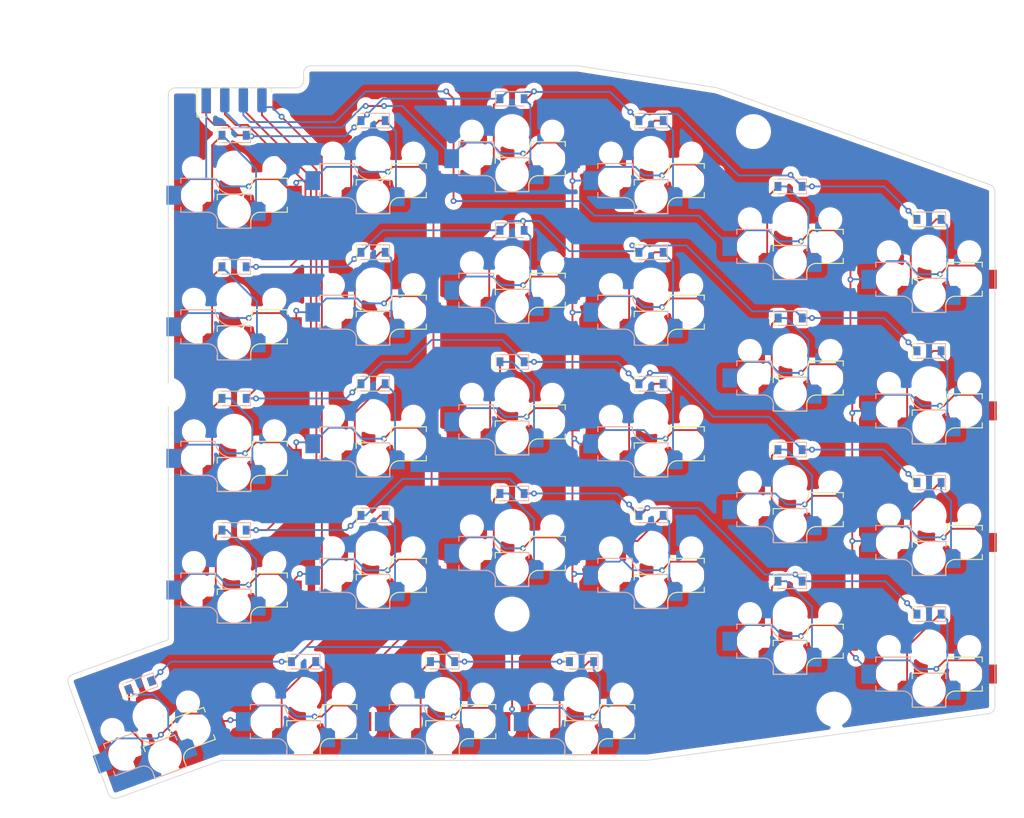
<source format=kicad_pcb>
(kicad_pcb (version 20211014) (generator pcbnew)
  (layers (0 "F.Cu" signal) (31 "B.Cu" signal) (34 "B.Paste" user) (35 "F.Paste" user) (36 "B.SilkS" user "B.Silkscreen") (37 "F.SilkS" user "F.Silkscreen") (38 "B.Mask" user) (39 "F.Mask" user) (44 "Edge.Cuts" user))
  (net 0 "")
  (net 1 "Row 1")
  (net 2 "Net-(D2-Pad1)")
  (net 3 "Row 2")
  (net 4 "Net-(D3-Pad2)")
  (net 5 "Net-(D4-Pad1)")
  (net 6 "Net-(D5-Pad2)")
  (net 7 "Net-(D6-Pad1)")
  (net 8 "Net-(D1-Pad2)")
  (net 9 "Net-(D10-Pad1)")
  (net 10 "Net-(D11-Pad2)")
  (net 11 "Net-(D12-Pad1)")
  (net 12 "Net-(D13-Pad2)")
  (net 13 "Net-(D14-Pad1)")
  (net 14 "Net-(D15-Pad2)")
  (net 15 "Net-(D16-Pad1)")
  (net 16 "Net-(D7-Pad2)")
  (net 17 "Net-(SW9-Pad2)")
  (net 18 "Net-(D19-Pad2)")
  (net 19 "Net-(D20-Pad1)")
  (net 20 "Net-(D21-Pad2)")
  (net 21 "C12")
  (net 22 "Net-(D17-Pad2)")
  (net 23 "Net-(D18-Pad1)")
  (net 24 "Net-(D22-Pad1)")
  (net 25 "Net-(D23-Pad2)")
  (net 26 "Net-(D24-Pad1)")
  (net 27 "C34")
  (net 28 "C56")
  (net 29 "Row 3")
  (net 30 "Net-(D25-Pad2)")
  (net 31 "Net-(D26-Pad1)")
  (net 32 "Net-(D27-Pad2)")
  (net 33 "Net-(D28-Pad1)")
  (net 34 "Net-(D29-Pad2)")
  (net 35 "Net-(D30-Pad1)")
  (net 36 "Net-(D31-Pad2)")
  (net 37 "Net-(D32-Pad1)")
  (net 38 "Net-(D33-Pad2)")
  (net 39 "Net-(D34-Pad1)")
  (net 40 "Net-(D35-Pad2)")
  (net 41 "Net-(D36-Pad1)")
  (net 42 "Row 4")
  (net 43 "Net-(D37-Pad2)")
  (net 44 "Net-(D38-Pad1)")
  (net 45 "Net-(D39-Pad2)")
  (net 46 "Net-(D40-Pad1)")
  (net 47 "Net-(D41-Pad2)")
  (net 48 "Net-(D42-Pad1)")
  (net 49 "Net-(D43-Pad2)")
  (net 50 "Net-(D44-Pad1)")
  (net 51 "Net-(D45-Pad2)")
  (net 52 "Net-(D46-Pad1)")
  (net 53 "Net-(D47-Pad2)")
  (net 54 "Net-(D48-Pad1)")
  (net 55 "Row 5")
  (net 56 "Net-(D51-Pad2)")
  (net 57 "Net-(D52-Pad1)")
  (net 58 "Net-(D53-Pad2)")
  (net 59 "Net-(D54-Pad1)")
  (net 60 "Net-(D55-Pad2)")
  (net 61 "Net-(D56-Pad1)")
  (net 62 "Net-(D57-Pad2)")
  (net 63 "Net-(D58-Pad1)")
  (net 64 "Net-(D8-Pad1)")
  (footprint "Keyboard_JSA:ChocV1_Hotswap_reverse" (layer "F.Cu") (at 152.35 81.6)
    (fp_text reference "SW17" hide)
    (fp_text value "SW_Push_45deg" hide)
  )
  (footprint "MountingHole:MountingHole_3.2mm_M3_DIN965" (layer "F.Cu") (at 171.35 126.6)
    (fp_text reference "H1" hide)
    (fp_text value "MountingHole" hide)
  )
  (footprint "Keyboard_JSA:ChocV1_Hotswap_reverse" (layer "F.Cu") (at 152.35 99.6)
    (fp_text reference "SW29" hide)
    (fp_text value "SW_Push_45deg" hide)
  )
  (footprint "Keyboard_JSA:ChocV1_Hotswap_reverse" (layer "F.Cu") (at 180.85 137.6)
    (fp_text reference "SW51" hide)
    (fp_text value "SW_Push_45deg" hide)
  )
  (footprint "Diode_SMD:D_SOD-123" (layer "F.Cu") (at 190.35 95.1)
    (fp_text reference "D27" hide)
    (fp_text value "1N4448W" hide)
  )
  (footprint "Diode_SMD:D_SOD-123" (layer "F.Cu") (at 133.35 79.1)
    (fp_text reference "D18" hide)
    (fp_text value "1N4448W" hide)
  )
  (footprint "Keyboard_JSA:ChocV1_Hotswap_reverse" (layer "F.Cu") (at 190.35 81.6)
    (fp_text reference "SW15" hide)
    (fp_text value "SW_Push_45deg" hide)
  )
  (footprint "Diode_SMD:D_SOD-123" (layer "F.Cu") (at 190.35 77.1)
    (fp_text reference "D15" hide)
    (fp_text value "1N4448W" hide)
  )
  (footprint "Diode_SMD:D_SOD-123" (layer "F.Cu") (at 228.35 72.6)
    (fp_text reference "D1" hide)
    (fp_text value "1N4448W" hide)
  )
  (footprint "Diode_SMD:D_SOD-123" (layer "F.Cu") (at 228.35 126.6)
    (fp_text reference "D37" hide)
    (fp_text value "1N4448W" hide)
  )
  (footprint "Diode_SMD:D_SOD-123" (layer "F.Cu") (at 161.85 133.1)
    (fp_text reference "D52" hide)
    (fp_text value "1N4448W" hide)
  )
  (footprint "Diode_SMD:D_SOD-123" (layer "F.Cu") (at 209.35 68.1)
    (fp_text reference "D2" hide)
    (fp_text value "1N4448W" hide)
  )
  (footprint "Keyboard_JSA:ChocV1_Hotswap_reverse" (layer "F.Cu") (at 190.35 63.6)
    (fp_text reference "SW3" hide)
    (fp_text value "SW_Push_45deg" hide)
  )
  (footprint "Diode_SMD:D_SOD-123" (layer "F.Cu") (at 171.35 74.1)
    (fp_text reference "D16" hide)
    (fp_text value "1N4448W" hide)
  )
  (footprint "Keyboard_JSA:ChocV1_Hotswap_reverse" (layer "F.Cu") (at 171.35 60.600003)
    (fp_text reference "SW4" hide)
    (fp_text value "SW_Push_45deg" hide)
  )
  (footprint "Keyboard_JSA:ChocV1_Hotswap_reverse" (layer "F.Cu") (at 209.35 108.6)
    (fp_text reference "SW26" hide)
    (fp_text value "SW_Push_45deg" hide)
  )
  (footprint "Diode_SMD:D_SOD-123" (layer "F.Cu") (at 171.35 56.1)
    (fp_text reference "D4" hide)
    (fp_text value "1N4448W" hide)
  )
  (footprint "Diode_SMD:D_SOD-123" (layer "F.Cu") (at 190.35 59.1)
    (fp_text reference "D3" hide)
    (fp_text value "1N4448W" hide)
  )
  (footprint "Keyboard_JSA:ChocV1_Hotswap_reverse" (layer "F.Cu") (at 209.35 126.6)
    (fp_text reference "SW38" hide)
    (fp_text value "SW_Push_45deg" hide)
  )
  (footprint "Diode_SMD:D_SOD-123" (layer "F.Cu") (at 120.55 136.3 20)
    (fp_text reference "D54" hide)
    (fp_text value "1N4448W" hide)
  )
  (footprint "Keyboard_JSA:ChocV1_Hotswap_reverse" (layer "F.Cu") (at 190.35 99.6)
    (fp_text reference "SW27" hide)
    (fp_text value "SW_Push_45deg" hide)
  )
  (footprint "Diode_SMD:D_SOD-123" (layer "F.Cu") (at 142.85 133.1)
    (fp_text reference "D53" hide)
    (fp_text value "1N4448W" hide)
  )
  (footprint "Diode_SMD:D_SOD-123" (layer "F.Cu") (at 190.35 113.1)
    (fp_text reference "D39" hide)
    (fp_text value "1N4448W" hide)
  )
  (footprint "Keyboard_JSA:ChocV1_Hotswap_reverse" (layer "F.Cu") (at 161.85 137.6)
    (fp_text reference "SW52" hide)
    (fp_text value "SW_Push_45deg" hide)
  )
  (footprint "Diode_SMD:D_SOD-123" (layer "F.Cu") (at 133.35 115.1)
    (fp_text reference "D42" hide)
    (fp_text value "1N4448W" hide)
  )
  (footprint "Diode_SMD:D_SOD-123" (layer "F.Cu") (at 133.35 97.1)
    (fp_text reference "D30" hide)
    (fp_text value "1N4448W" hide)
  )
  (footprint "Keyboard_JSA:ChocV1_Hotswap_reverse" (layer "F.Cu") (at 228.35 95.1)
    (fp_text reference "SW13" hide)
    (fp_text value "SW_Push_45deg" hide)
  )
  (footprint "Diode_SMD:D_SOD-123" (layer "F.Cu") (at 171.35 92.1)
    (fp_text reference "D28" hide)
    (fp_text value "1N4448W" hide)
  )
  (footprint "Diode_SMD:D_SOD-123" (layer "F.Cu") (at 133.35 61.1)
    (fp_text reference "D6" hide)
    (fp_text value "1N4448W" hide)
  )
  (footprint "Keyboard_JSA:ChocV1_Hotswap_reverse" (layer "F.Cu") (at 152.35 63.599998)
    (fp_text reference "SW5" hide)
    (fp_text value "SW_Push_45deg" hide)
  )
  (footprint "Keyboard_JSA:ChocV1_Hotswap_reverse" (layer "F.Cu") (at 171.35 96.6)
    (fp_text reference "SW28" hide)
    (fp_text value "SW_Push_45deg" hide)
  )
  (footprint "Keyboard_JSA:ChocV1_Hotswap_reverse" (layer "F.Cu") (at 228.35 77.1)
    (fp_text reference "SW1" hide)
    (fp_text value "SW_Push_45deg" hide)
  )
  (footprint "MountingHole:MountingHole_3.2mm_M3_DIN965" (layer "F.Cu") (at 215.35 139.6)
    (fp_text reference "H2" hide)
    (fp_text value "MountingHole" hide)
  )
  (footprint "Diode_SMD:D_SOD-123" (layer "F.Cu") (at 228.35 90.6)
    (fp_text reference "D13" hide)
    (fp_text value "1N4448W" hide)
  )
  (footprint "Keyboard_JSA:ChocV1_Hotswap_reverse" (layer "F.Cu") (at 133.35 119.6)
    (fp_text reference "SW42" hide)
    (fp_text value "SW_Push_45deg" hide)
  )
  (footprint "Keyboard_JSA:ChocV1_Hotswap_reverse" (layer "F.Cu") (at 209.35 90.6)
    (fp_text reference "SW14" hide)
    (fp_text value "SW_Push_45deg" hide)
  )
  (footprint "MountingHole:MountingHole_3.2mm_M3_DIN965" (layer "F.Cu") (at 204.35 60.6)
    (fp_text reference "H3" hide)
    (fp_text value "MountingHole" hide)
  )
  (footprint "Keyboard_JSA:ChocV1_Hotswap_reverse" (layer "F.Cu") (at 133.35 101.6)
    (fp_text reference "SW30" hide)
    (fp_text value "SW_Push_45deg" hide)
  )
  (footprint "Keyboard_JSA:matrix_connector" (layer "F.Cu") (at 133.35 54.61 -90)
    (fp_text reference "J1" hide)
    (fp_text value "Conn_02x04_Odd_Even" hide)
    (fp_line (start 0 -7.5) (end 0 7.5) (layer "Edge.Cuts") (width 0.12))
  )
  (footprint "Diode_SMD:D_SOD-123" (layer "F.Cu") (at 209.35 104.1)
    (fp_text reference "D26" hide)
    (fp_text value "1N4448W" hide)
  )
  (footprint "Keyboard_JSA:ChocV1_Hotswap_reverse" (layer "F.Cu") (at 142.849996 137.6)
    (fp_text reference "SW53" hide)
    (fp_text value "SW_Push_45deg" hide)
  )
  (footprint "MountingHole:MountingHole_3.2mm_M3_DIN965" (layer "F.Cu") (at 124.35 96.6)
    (fp_text reference "H4" hide)
    (fp_text value "MountingHole" hide)
  )
  (footprint "Keyboard_JSA:ChocV1_Hotswap_reverse" (layer "F.Cu") (at 133.35 83.6)
    (fp_text reference "SW18" hide)
    (fp_text value "SW_Push_45deg" hide)
  )
  (footprint "Keyboard_JSA:ChocV1_Hotswap_reverse" (layer "F.Cu") (at 171.35 114.6)
    (fp_text reference "SW40" hide)
    (fp_text value "SW_Push_45deg" hide)
  )
  (footprint "Keyboard_JSA:ChocV1_Hotswap_reverse" (layer "F.Cu") (at 152.35 117.6)
    (fp_text reference "SW41" hide)
    (fp_text value "SW_Push_45deg" hide)
  )
  (footprint "Diode_SMD:D_SOD-123" (layer "F.Cu") (at 209.35 86.1)
    (fp_text reference "D14" hide)
    (fp_text value "1N4448W" hide)
  )
  (footprint "Diode_SMD:D_SOD-123" (layer "F.Cu") (at 152.35 77.1)
    (fp_text reference "D17" hide)
    (fp_text value "1N4448W" hide)
  )
  (footprint "Keyboard_JSA:ChocV1_Hotswap_reverse" (layer "F.Cu") (at 190.35 117.6)
    (fp_text reference "SW39" hide)
    (fp_text value "SW_Push_45deg" hide)
  )
  (footprint "Diode_SMD:D_SOD-123" (layer "F.Cu") (at 171.35 110.1)
    (fp_text reference "D40" hide)
    (fp_text value "1N4448W" hide)
  )
  (footprint "Diode_SMD:D_SOD-123" (layer "F.Cu") (at 180.85 133.1)
    (fp_text reference "D51" hide)
    (fp_text value "1N4448W" hide)
  )
  (footprint "Keyboard_JSA:ChocV1_Hotswap_reverse" (layer "F.Cu") (at 133.35 65.6)
    (fp_text reference "SW6" hide)
    (fp_text value "SW_Push_45deg" hide)
  )
  (footprint "Keyboard_JSA:ChocV1_Hotswap_reverse" (layer "F.Cu") (at 209.35 72.6)
    (fp_text reference "SW2" hide)
    (fp_text value "SW_Push_45deg" hide)
  )
  (footprint "Keyboard_JSA:ChocV1_Hotswap_reverse" (layer "F.Cu") (at 228.35 113.1)
    (fp_text reference "SW25" hide)
    (fp_text value "SW_Push_45deg" hide)
  )
  (footprint "Diode_SMD:D_SOD-123" (layer "F.Cu") (at 152.35 95.1)
    (fp_text reference "D29" hide)
    (fp_text value "1N4448W" hide)
  )
  (footprint "Diode_SMD:D_SOD-123" (layer "F.Cu") (at 152.35 59.099998)
    (fp_text reference "D5" hide)
    (fp_text value "1N4448W" hide)
  )
  (footprint "Diode_SMD:D_SOD-123" (layer "F.Cu") (at 228.35 108.6)
    (fp_text reference "D25" hide)
    (fp_text value "1N4448W" hide)
  )
  (footprint "Keyboard_JSA:ChocV1_Hotswap_reverse" (layer "F.Cu") (at 171.35 78.6)
    (fp_text reference "SW16" hide)
    (fp_text value "SW_Push_45deg" hide)
  )
  (footprint "Keyboard_JSA:ChocV1_Hotswap_reverse" (layer "F.Cu") (at 121.88 140.564 20)
    (fp_text reference "SW54" hide)
    (fp_text value "SW_Push_45deg" hide)
  )
  (footprint "Keyboard_JSA:ChocV1_Hotswap_reverse" (layer "F.Cu") (at 228.35 131.1)
    (fp_text reference "SW37" hide)
    (fp_text value "SW_Push_45deg" hide)
  )
  (footprint "Diode_SMD:D_SOD-123" (layer "F.Cu") (at 209.35 122.1)
    (fp_text reference "D38" hide)
    (fp_text value "1N4448W" hide)
  )
  (footprint "Diode_SMD:D_SOD-123" (layer "F.Cu") (at 152.35 113.1)
    (fp_text reference "D41" hide)
    (fp_text value "1N4448W" hide)
  )
  (footprint "Keyboard_JSA:ChocV1_Hotswap" (layer "B.Cu") (at 152.35 81.6 180)
    (fp_text reference "SW20" hide)
    (fp_text value "SW_Push_45deg" hide)
  )
  (footprint "Diode_SMD:D_SOD-123" (layer "B.Cu") (at 209.35 68.1 180)
    (fp_text reference "D11" hide)
    (fp_text value "1N4448W" hide)
  )
  (footprint "Diode_SMD:D_SOD-123" (layer "B.Cu") (at 209.35 122.1 180)
    (fp_text reference "D47" hide)
    (fp_text value "1N4448W" hide)
  )
  (footprint "Keyboard_JSA:ChocV1_Hotswap" (layer "B.Cu") (at 152.35 63.599998 180)
    (fp_text reference "SW8" hide)
    (fp_text value "SW_Push_45deg" hide)
  )
  (footprint "Diode_SMD:D_SOD-123" (layer "B.Cu") (at 152.35 95.075 180)
    (fp_text reference "D32" hide)
    (fp_text value "1N4448W" hide)
  )
  (footprint "Keyboard_JSA:ChocV1_Hotswap" (layer "B.Cu") (at 209.35 72.6 180)
    (fp_text reference "SW11" hide)
    (fp_text value "SW_Push_45deg" hide)
  )
  (footprint "Keyboard_JSA:ChocV1_Hotswap" (layer "B.Cu") (at 228.35 77.1 180)
    (fp_text reference "SW12" hide)
    (fp_text value "SW_Push_45deg" hide)
  )
  (footprint "Keyboard_JSA:ChocV1_Hotswap" (layer "B.Cu") (at 133.35 65.6 180)
    (fp_text reference "SW7" hide)
    (fp_text value "SW_Push_45deg" hide)
  )
  (footprint "Keyboard_JSA:ChocV1_Hotswap" (layer "B.Cu") (at 190.35 81.6 180)
    (fp_text reference "SW22" hide)
    (fp_text value "SW_Push_45deg" hide)
  )
  (footprint "Diode_SMD:D_SOD-123" (layer "B.Cu") (at 171.35 74.1)
    (fp_text reference "D21" hide)
    (fp_text value "1N4448W" hide)
  )
  (footprint "Keyboard_JSA:ChocV1_Hotswap" (layer "B.Cu") (at 180.85 137.6 180)
    (fp_text reference "SW58" hide)
    (fp_text value "SW_Push_45deg" hide)
  )
  (footprint "Diode_SMD:D_SOD-123" (layer "B.Cu") (at 142.85 133.1 180)
    (fp_text reference "D56" hide)
    (fp_text value "1N4448W" hide)
  )
  (footprint "Diode_SMD:D_SOD-123" (layer "B.Cu") (at 161.849984 133.1 180)
    (fp_text reference "D57" hide)
    (fp_text value "1N4448W" hide)
  )
  (footprint "Keyboard_JSA:ChocV1_Hotswap" (layer "B.Cu") (at 152.35 117.6 180)
    (fp_text reference "SW44" hide)
    (fp_text value "SW_Push_45deg" hide)
  )
  (footprint "Keyboard_JSA:ChocV1_Hotswap" (layer "B.Cu") (at 228.35 113.1 180)
    (fp_text reference "SW36" hide)
    (fp_text value "SW_Push_45deg" hide)
  )
  (footprint "Diode_SMD:D_SOD-123" (layer "B.Cu") (at 209.4 86.1 180)
    (fp_text reference "D23" hide)
    (fp_text value "1N4448W" hide)
  )
  (footprint "Keyboard_JSA:ChocV1_Hotswap" (layer "B.Cu") (at 190.35 99.6 180)
    (fp_text reference "SW34" hide)
    (fp_text value "SW_Push_45deg" hide)
  )
  (footprint "Diode_SMD:D_SOD-123" (layer "B.Cu") (at 133.349998 97.100003 180)
    (fp_text reference "D31" hide)
    (fp_text value "1N4448W" hide)
  )
  (footprint "Keyboard_JSA:ChocV1_Hotswap" (layer "B.Cu") (at 121.88 140.564 -160)
    (fp_text reference "SW55" hide)
    (fp_text value "SW_Push_45deg" hide)
  )
  (footprint "Diode_SMD:D_SOD-123" (layer "B.Cu") (at 190.35 113.1 180)
    (fp_text reference "D46" hide)
    (fp_text value "1N4448W" hide)
  )
  (footprint "Diode_SMD:D_SOD-123" (layer "B.Cu") (at 152.35 59.1 180)
    (fp_text reference "D8" hide)
    (fp_text value "1N4448W" hide)
  )
  (footprint "Keyboard_JSA:ChocV1_Hotswap" (layer "B.Cu") (at 171.35 60.600003 180)
    (fp_text reference "SW9" hide)
    (fp_text value "SW_Push_45deg" hide)
  )
  (footprint "Keyboard_JSA:ChocV1_Hotswap" (layer "B.Cu") (at 171.35 78.6 180)
    (fp_text reference "SW21" hide)
    (fp_text value "SW_Push_45deg" hide)
  )
  (footprint "Keyboard_JSA:ChocV1_Hotswap" (layer "B.Cu") (at 133.35 83.6 180)
    (fp_text reference "SW19" hide)
    (fp_text value "SW_Push_45deg" hide)
  )
  (footprint "Diode_SMD:D_SOD-123" (layer "B.Cu") (at 152.35 113.1 180)
    (fp_text reference "D44" hide)
    (fp_text value "1N4448W" hide)
  )
  (footprint "Diode_SMD:D_SOD-123" (layer "B.Cu") (at 228.35 90.6 180)
    (fp_text reference "D24" hide)
    (fp_text value "1N4448W" hide)
  )
  (footprint "Keyboard_JSA:ChocV1_Hotswap" (layer "B.Cu") (at 171.35 114.6 180)
    (fp_text reference "SW45" hide)
    (fp_text value "SW_Push_45deg" hide)
  )
  (footprint "Diode_SMD:D_SOD-123" (layer "B.Cu") (at 209.35 104.1 180)
    (fp_text reference "D35" hide)
    (fp_text value "1N4448W" hide)
  )
  (footprint "Diode_SMD:D_SOD-123" (layer "B.Cu") (at 133.349998 115.100003 180)
    (fp_text reference "D43" hide)
    (fp_text value "1N4448W" hide)
  )
  (footprint "Diode_SMD:D_SOD-123" (layer "B.Cu") (at 171.35 56.1)
    (fp_text reference "D9" hide)
    (fp_text value "1N4448W" hide)
  )
  (footprint "Keyboard_JSA:ChocV1_Hotswap" (layer "B.Cu") (at 171.35 96.6 180)
    (fp_text reference "SW33" hide)
    (fp_text value "SW_Push_45deg" hide)
  )
  (footprint "Keyboard_JSA:ChocV1_Hotswap" (layer "B.Cu") (at 228.35 95.1 180)
    (fp_text reference "SW24" hide)
    (fp_text value "SW_Push_45deg" hide)
  )
  (footprint "Keyboard_JSA:ChocV1_Hotswap" (layer "B.Cu") (at 209.35 126.6 180)
    (fp_text reference "SW47" hide)
    (fp_text value "SW_Push_45deg" hide)
  )
  (footprint "Diode_SMD:D_SOD-123" (layer "B.Cu") (at 133.35 61.1 180)
    (fp_text reference "D7" hide)
    (fp_text value "1N4448W" hide)
  )
  (footprint "Diode_SMD:D_SOD-123" (layer "B.Cu") (at 133.35 79.1 180)
    (fp_text reference "D19" hide)
    (fp_text value "1N4448W" hide)
  )
  (footprint "Keyboard_JSA:ChocV1_Hotswap" (layer "B.Cu") (at 152.35 99.6 180)
    (fp_text reference "SW32" hide)
    (fp_text value "SW_Push_45deg" hide)
  )
  (footprint "Keyboard_JSA:ChocV1_Hotswap" (layer "B.Cu") (at 190.35 63.6 180)
    (fp_text reference "SW10" hide)
    (fp_text value "SW_Push_45deg" hide)
  )
  (footprint "Keyboard_JSA:ChocV1_Hotswap" (layer "B.Cu") (at 209.35 108.6 180)
    (fp_text reference "SW35" hide)
    (fp_text value "SW_Push_45deg" hide)
  )
  (footprint "Keyboard_JSA:ChocV1_Hotswap" (layer "B.Cu") (at 133.35 119.6 180)
    (fp_text reference "SW43" hide)
    (fp_text value "SW_Push_45deg" hide)
  )
  (footprint "Keyboard_JSA:ChocV1_Hotswap" (layer "B.Cu") (at 133.35 101.6 180)
    (fp_text reference "SW31" hide)
    (fp_text value "SW_Push_45deg" hide)
  )
  (footprint "Diode_SMD:D_SOD-123" (layer "B.Cu") (at 228.35 72.6 180)
    (fp_text reference "D12" hide)
    (fp_text value "1N4448W" hide)
  )
  (footprint "Diode_SMD:D_SOD-123" (layer "B.Cu") (at 152.35 77.1 180)
    (fp_text reference "D20" hide)
    (fp_text value "1N4448W" hide)
  )
  (footprint "Diode_SMD:D_SOD-123" (layer "B.Cu") (at 171.35 92.1 180)
    (fp_text reference "D33" hide)
    (fp_text value "1N4448W" hide)
  )
  (footprint "Diode_SMD:D_SOD-123" (layer "B.Cu") (at 190.35 59.1 180)
    (fp_text reference "D10" hide)
    (fp_text value "1N4448W" hide)
  )
  (footprint "Diode_SMD:D_SOD-123" (layer "B.Cu") (at 190.35 77.1 180)
    (fp_text reference "D22" hide)
    (fp_text value "1N4448W" hide)
  )
  (footprint "Diode_SMD:D_SOD-123" (layer "B.Cu") (at 171.35 110.1 180)
    (fp_text reference "D45" hide)
    (fp_text value "1N4448W" hide)
  )
  (footprint "Keyboard_JSA:ChocV1_Hotswap" (layer "B.Cu") (at 209.35 90.6 180)
    (fp_text reference "SW23" hide)
    (fp_text value "SW_Push_45deg" hide)
  )
  (footprint "Keyboard_JSA:ChocV1_Hotswap" (layer "B.Cu") (at 228.35 131.1 180)
    (fp_text reference "SW48" hide)
    (fp_text value "SW_Push_45deg" hide)
  )
  (footprint "Keyboard_JSA:ChocV1_Hotswap" (layer "B.Cu") (at 190.35 117.6 180)
    (fp_text reference "SW46" hide)
    (fp_text value "SW_Push_45deg" hide)
  )
  (footprint "Diode_SMD:D_SOD-123" (layer "B.Cu") (at 180.85 133.1 180)
    (fp_text reference "D58" hide)
    (fp_text value "1N4448W" hide)
  )
  (footprint "Diode_SMD:D_SOD-123" (layer "B.Cu") (at 190.35 95.1 180)
    (fp_text reference "D34" hide)
    (fp_text value "1N4448W" hide)
  )
  (footprint "Keyboard_JSA:ChocV1_Hotswap" (layer "B.Cu") (at 142.849996 137.6 180)
    (fp_text reference "SW56" hide)
    (fp_text value "SW_Push_45deg" hide)
  )
  (footprint "Diode_SMD:D_SOD-123" (layer "B.Cu") (at 120.473665 136.343639 -160)
    (fp_text reference "D55" hide)
    (fp_text value "1N4448W" hide)
  )
  (footprint "Keyboard_JSA:ChocV1_Hotswap" (layer "B.Cu") (at 161.85 137.6 180)
    (fp_text reference "SW57" hide)
    (fp_text value "SW_Push_45deg" hide)
  )
  (footprint "Diode_SMD:D_SOD-123" (layer "B.Cu") (at 228.35 108.6 180)
    (fp_text reference "D36" hide)
    (fp_text value "1N4448W" hide)
  )
  (footprint "Diode_SMD:D_SOD-123" (layer "B.Cu") (at 228.35 126.6 180)
    (fp_text reference "D48" hide)
    (fp_text value "1N4448W" hide)
  )
  (gr_line (start 199.35 54.6) (end 180.35 51.6) (layer "Edge.Cuts") (width 0.1))
  (gr_line (start 124.35 55.61) (end 124.35 130.1) (layer "Edge.Cuts") (width 0.1))
  (gr_line (start 142.85 52.6) (end 142.85 53.61) (layer "Edge.Cuts") (width 0.1))
  (gr_arc (start 237.35 139.242893) (mid 237.140168 139.850875) (end 236.6 140.2) (layer "Edge.Cuts") (width 0.1))
  (gr_arc (start 124.35 55.61) (mid 124.642893 54.902893) (end 125.35 54.61) (layer "Edge.Cuts") (width 0.1))
  (gr_arc (start 142.85 52.6) (mid 143.142893 51.892893) (end 143.85 51.6) (layer "Edge.Cuts") (width 0.1))
  (gr_line (start 189.85 146.6) (end 236.6 140.2) (layer "Edge.Cuts") (width 0.1))
  (gr_line (start 131.6 146.6) (end 189.85 146.6) (layer "Edge.Cuts") (width 0.1))
  (gr_line (start 116.158928 151.159722) (end 110.686606 136.12464) (layer "Edge.Cuts") (width 0.1))
  (gr_arc (start 117.440641 151.757395) (mid 116.67599 151.724022) (end 116.158928 151.159722) (layer "Edge.Cuts") (width 0.1))
  (gr_line (start 236.65 67.85) (end 199.35 54.6) (layer "Edge.Cuts") (width 0.1))
  (gr_arc (start 236.65 67.85) (mid 237.156335 68.214217) (end 237.35 68.807107) (layer "Edge.Cuts") (width 0.1))
  (gr_line (start 141.85 54.61) (end 140.85 54.61) (layer "Edge.Cuts") (width 0.1))
  (gr_arc (start 110.686606 136.12464) (mid 110.719979 135.359991) (end 111.284278 134.842928) (layer "Edge.Cuts") (width 0.1))
  (gr_line (start 180.35 51.6) (end 143.85 51.6) (layer "Edge.Cuts") (width 0.1))
  (gr_line (start 111.284278 134.842928) (end 124.35 130.1) (layer "Edge.Cuts") (width 0.1))
  (gr_line (start 131.6 146.6) (end 117.440641 151.757395) (layer "Edge.Cuts") (width 0.1))
  (gr_arc (start 142.85 53.61) (mid 142.557107 54.317107) (end 141.85 54.61) (layer "Edge.Cuts") (width 0.1))
  (gr_line (start 237.35 139.242893) (end 237.35 68.807107) (layer "Edge.Cuts") (width 0.1))
  (gr_line (start 125.85 54.61) (end 125.35 54.61) (layer "Edge.Cuts") (width 0.1))
  (segment (start 188.7 59.1) (end 187.525 57.925) (width 0.25) (layer "F.Cu") (net 1))
  (segment (start 129.54 58.59) (end 130.65 59.7) (width 0.25) (layer "F.Cu") (net 1))
  (segment (start 226.7 72.6) (end 225.525 71.425) (width 0.25) (layer "F.Cu") (net 1))
  (segment (start 135 61.1) (end 135.589712 61.1) (width 0.25) (layer "F.Cu") (net 1))
  (segment (start 211 68.1) (end 212.35 68.1) (width 0.25) (layer "F.Cu") (net 1))
  (segment (start 135.589712 61.1) (end 135.719856 61.230144) (width 0.25) (layer "F.Cu") (net 1))
  (segment (start 133.85 61.1) (end 135 61.1) (width 0.25) (layer "F.Cu") (net 1))
  (segment (start 129.54 57.378) (end 129.54 58.59) (width 0.25) (layer "F.Cu") (net 1))
  (segment (start 173.35 56.1) (end 174.35 55.1) (width 0.25) (layer "F.Cu") (net 1))
  (segment (start 130.65 59.7) (end 132.45 59.7) (width 0.25) (layer "F.Cu") (net 1))
  (segment (start 132.45 59.7) (end 133.85 61.1) (width 0.25) (layer "F.Cu") (net 1))
  (segment (start 211 68.1) (end 209.425 66.525) (width 0.25) (layer "F.Cu") (net 1))
  (segment (start 173 56.1) (end 173.35 56.1) (width 0.25) (layer "F.Cu") (net 1))
  (segment (start 150.7 59.099998) (end 151.524999 58.274999) (width 0.25) (layer "F.Cu") (net 1))
  (segment (start 150.7 59.099998) (end 149.775 60.025) (width 0.25) (layer "F.Cu") (net 1))
  (via (at 225.525 71.425) (size 0.8) (drill 0.4) (layers "F.Cu" "B.Cu") (net 1))
  (via (at 209.425 66.525) (size 0.8) (drill 0.4) (layers "F.Cu" "B.Cu") (net 1))
  (via (at 212.35 68.1) (size 0.8) (drill 0.4) (layers "F.Cu" "B.Cu") (net 1))
  (via (at 149.775 60.025) (size 0.8) (drill 0.4) (layers "F.Cu" "B.Cu") (net 1))
  (via (at 135.719856 61.230144) (size 0.8) (drill 0.4) (layers "F.Cu" "B.Cu") (net 1))
  (via (at 151.524999 58.274999) (size 0.8) (drill 0.4) (layers "F.Cu" "B.Cu") (net 1))
  (via (at 174.35 55.1) (size 0.8) (drill 0.4) (layers "F.Cu" "B.Cu") (net 1))
  (via (at 187.525 57.925) (size 0.8) (drill 0.4) (layers "F.Cu" "B.Cu") (net 1))
  (segment (start 149.775 60.025) (end 150.7 59.1) (width 0.25) (layer "B.Cu") (net 1))
  (segment (start 202.35 66.6) (end 209.5 66.6) (width 0.25) (layer "B.Cu") (net 1))
  (segment (start 153.699998 56.1) (end 169.7 56.1) (width 0.25) (layer "B.Cu") (net 1))
  (segment (start 169.7 56.1) (end 170.625 55.175) (width 0.25) (layer "B.Cu") (net 1))
  (segment (start 211 68.1) (end 222.2 68.1) (width 0.25) (layer "B.Cu") (net 1))
  (segment (start 209.5 66.6) (end 211 68.1) (width 0.25) (layer "B.Cu") (net 1))
  (segment (start 193.925 58.175) (end 202.35 66.6) (width 0.25) (layer "B.Cu") (net 1))
  (segment (start 170.625 55.175) (end 184.775 55.175) (width 0.25) (layer "B.Cu") (net 1))
  (segment (start 151.524999 58.274999) (end 153.699998 56.1) (width 0.25) (layer "B.Cu") (net 1))
  (segment (start 149.775 60.025) (end 148.569856 61.230144) (width 0.25) (layer "B.Cu") (net 1))
  (segment (start 222.2 68.1) (end 226.7 72.6) (width 0.25) (layer "B.Cu") (net 1))
  (segment (start 148.569856 61.230144) (end 135.719856 61.230144) (width 0.25) (layer "B.Cu") (net 1))
  (segment (start 184.775 55.175) (end 188.7 59.1) (width 0.25) (layer "B.Cu") (net 1))
  (segment (start 135.05 61.1) (end 135.589712 61.1) (width 0.25) (layer "B.Cu") (net 1))
  (segment (start 150.7 59.1) (end 151.524999 58.274999) (width 0.25) (layer "B.Cu") (net 1))
  (segment (start 189.625 58.175) (end 193.925 58.175) (width 0.25) (layer "B.Cu") (net 1))
  (segment (start 135.589712 61.1) (end 135.719856 61.230144) (width 0.25) (layer "B.Cu") (net 1))
  (segment (start 188.7 59.1) (end 189.625 58.175) (width 0.25) (layer "B.Cu") (net 1))
  (segment (start 206.225001 69.574999) (end 206.225001 78.322999) (width 0.25) (layer "F.Cu") (net 2))
  (segment (start 207.7 68.1) (end 206.225001 69.574999) (width 0.25) (layer "F.Cu") (net 2))
  (segment (start 132.08 58.23) (end 133.55 59.7) (width 0.25) (layer "F.Cu") (net 3))
  (segment (start 173 74.1) (end 173 72.9745) (width 0.25) (layer "F.Cu") (net 3))
  (segment (start 211 86.1) (end 212.35 86.1) (width 0.25) (layer "F.Cu") (net 3))
  (segment (start 135 79.1) (end 136.35 79.1) (width 0.25) (layer "F.Cu") (net 3))
  (segment (start 143.1 67.58569) (end 143.1 76.95) (width 0.25) (layer "F.Cu") (net 3))
  (segment (start 143.1 76.95) (end 140.95 79.1) (width 0.25) (layer "F.Cu") (net 3))
  (segment (start 188.7 77.1) (end 187.775 76.175) (width 0.25) (layer "F.Cu") (net 3))
  (segment (start 226.7 90.6) (end 225.525 89.425) (width 0.25) (layer "F.Cu") (net 3))
  (segment (start 140.95 79.1) (end 135 79.1) (width 0.25) (layer "F.Cu") (net 3))
  (segment (start 133.55 59.7) (end 135.21431 59.7) (width 0.25) (layer "F.Cu") (net 3))
  (segment (start 135.21431 59.7) (end 143.1 67.58569) (width 0.25) (layer "F.Cu") (net 3))
  (segment (start 173 72.9745) (end 172.85 72.8245) (width 0.25) (layer "F.Cu") (net 3))
  (segment (start 132.08 57.334132) (end 132.08 58.23) (width 0.25) (layer "F.Cu") (net 3))
  (segment (start 150.7 77.1) (end 149.775 78.025) (width 0.25) (layer "F.Cu") (net 3))
  (via (at 187.775 76.175) (size 0.8) (drill 0.4) (layers "F.Cu" "B.Cu") (net 3))
  (via (at 212.35 86.1) (size 0.8) (drill 0.4) (layers "F.Cu" "B.Cu") (net 3))
  (via (at 149.775 78.025) (size 0.8) (drill 0.4) (layers "F.Cu" "B.Cu") (net 3))
  (via (at 172.85 72.8245) (size 0.8) (drill 0.4) (layers "F.Cu" "B.Cu") (net 3))
  (via (at 225.525 89.425) (size 0.8) (drill 0.4) (layers "F.Cu" "B.Cu") (net 3))
  (via (at 136.35 79.1) (size 0.8) (drill 0.4) (layers "F.Cu" "B.Cu") (net 3))
  (segment (start 188.7 77.1) (end 189.625 76.175) (width 0.25) (layer "B.Cu") (net 3))
  (segment (start 135 79.1) (end 148.7 79.1) (width 0.25) (layer "B.Cu") (net 3))
  (segment (start 169.7 74.1) (end 170.9755 72.8245) (width 0.25) (layer "B.Cu") (net 3))
  (segment (start 204.175 85.175) (end 210.125 85.175) (width 0.25) (layer "B.Cu") (net 3))
  (segment (start 188.55 76.95) (end 179.2 76.95) (width 0.25) (layer "B.Cu") (net 3))
  (segment (start 212.35 86.1) (end 222.2 86.1) (width 0.25) (layer "B.Cu") (net 3))
  (segment (start 189.625 76.175) (end 195.175 76.175) (width 0.25) (layer "B.Cu") (net 3))
  (segment (start 148.7 79.1) (end 150.7 77.1) (width 0.25) (layer "B.Cu") (net 3))
  (segment (start 195.175 76.175) (end 204.175 85.175) (width 0.25) (layer "B.Cu") (net 3))
  (segment (start 222.2 86.1) (end 226.7 90.6) (width 0.25) (layer "B.Cu") (net 3))
  (segment (start 170.9755 72.8245) (end 172.85 72.8245) (width 0.25) (layer "B.Cu") (net 3))
  (segment (start 187.775 76.175) (end 188.7 77.1) (width 0.25) (layer "B.Cu") (net 3))
  (segment (start 153.7 74.1) (end 169.7 74.1) (width 0.25) (layer "B.Cu") (net 3))
  (segment (start 175.0745 72.8245) (end 172.85 72.8245) (width 0.25) (layer "B.Cu") (net 3))
  (segment (start 211.05 86.1) (end 212.35 86.1) (width 0.25) (layer "B.Cu") (net 3))
  (segment (start 188.7 77.1) (end 188.55 76.95) (width 0.25) (layer "B.Cu") (net 3))
  (segment (start 179.2 76.95) (end 175.0745 72.8245) (width 0.25) (layer "B.Cu") (net 3))
  (segment (start 210.125 85.175) (end 211.05 86.1) (width 0.25) (layer "B.Cu") (net 3))
  (segment (start 150.7 77.1) (end 153.7 74.1) (width 0.25) (layer "B.Cu") (net 3))
  (segment (start 192 59.1) (end 190.85 59.1) (width 0.25) (layer "F.Cu") (net 4))
  (segment (start 187.85 62.1) (end 187.85 68.698) (width 0.25) (layer "F.Cu") (net 4))
  (segment (start 190.85 59.1) (end 187.85 62.1) (width 0.25) (layer "F.Cu") (net 4))
  (segment (start 168.85 56.95) (end 168.85 65.698003) (width 0.25) (layer "F.Cu") (net 5))
  (segment (start 169.7 56.1) (end 168.85 56.95) (width 0.25) (layer "F.Cu") (net 5))
  (segment (start 154 59.099998) (end 153.175001 59.099998) (width 0.25) (layer "F.Cu") (net 6))
  (segment (start 149.35 62.924999) (end 149.35 69.197998) (width 0.25) (layer "F.Cu") (net 6))
  (segment (start 153.175001 59.099998) (end 149.35 62.924999) (width 0.25) (layer "F.Cu") (net 6))
  (segment (start 130.35 62.45) (end 130.35 71.198) (width 0.25) (layer "F.Cu") (net 7))
  (segment (start 131.7 61.1) (end 130.35 62.45) (width 0.25) (layer "F.Cu") (net 7))
  (segment (start 225.85 76.1) (end 225.85 82.198) (width 0.25) (layer "F.Cu") (net 8))
  (segment (start 229.35 72.6) (end 225.85 76.1) (width 0.25) (layer "F.Cu") (net 8))
  (segment (start 230 72.6) (end 229.35 72.6) (width 0.25) (layer "F.Cu") (net 8))
  (segment (start 193.35 60.45) (end 193.35 69.198) (width 0.25) (layer "B.Cu") (net 9))
  (segment (start 192 59.1) (end 193.35 60.45) (width 0.25) (layer "B.Cu") (net 9))
  (segment (start 208.85 68.1) (end 211.85 71.1) (width 0.25) (layer "B.Cu") (net 10))
  (segment (start 207.7 68.1) (end 208.85 68.1) (width 0.25) (layer "B.Cu") (net 10))
  (segment (start 211.85 71.1) (end 211.85 77.698) (width 0.25) (layer "B.Cu") (net 10))
  (segment (start 230.85 73.45) (end 230.85 82.198) (width 0.25) (layer "B.Cu") (net 11))
  (segment (start 230 72.6) (end 230.85 73.45) (width 0.25) (layer "B.Cu") (net 11))
  (segment (start 230 90.6) (end 228.925 90.6) (width 0.25) (layer "F.Cu") (net 12))
  (segment (start 225.35 94.175) (end 225.35 100.698) (width 0.25) (layer "F.Cu") (net 12))
  (segment (start 228.925 90.6) (end 225.35 94.175) (width 0.25) (layer "F.Cu") (net 12))
  (segment (start 206.85 86.95) (end 206.85 95.698) (width 0.25) (layer "F.Cu") (net 13))
  (segment (start 207.7 86.1) (end 206.85 86.95) (width 0.25) (layer "F.Cu") (net 13))
  (segment (start 187.35 80.6) (end 187.35 87.198) (width 0.25) (layer "F.Cu") (net 14))
  (segment (start 190.85 77.1) (end 187.35 80.6) (width 0.25) (layer "F.Cu") (net 14))
  (segment (start 192 77.1) (end 190.85 77.1) (width 0.25) (layer "F.Cu") (net 14))
  (segment (start 168.225001 75.574999) (end 168.225001 84.322999) (width 0.25) (layer "F.Cu") (net 15))
  (segment (start 169.7 74.1) (end 168.225001 75.574999) (width 0.25) (layer "F.Cu") (net 15))
  (segment (start 136.35 65.7) (end 131.75 61.1) (width 0.25) (layer "B.Cu") (net 16))
  (segment (start 136.35 71.198) (end 136.35 65.7) (width 0.25) (layer "B.Cu") (net 16))
  (segment (start 173.85 56.95) (end 173.85 65.698003) (width 0.25) (layer "B.Cu") (net 17))
  (segment (start 173 56.1) (end 173.85 56.95) (width 0.25) (layer "B.Cu") (net 17))
  (segment (start 136.474999 83.874999) (end 136.474999 89.322999) (width 0.25) (layer "B.Cu") (net 18))
  (segment (start 131.7 79.1) (end 136.474999 83.874999) (width 0.25) (layer "B.Cu") (net 18))
  (segment (start 154 77.1) (end 154.85 77.95) (width 0.25) (layer "B.Cu") (net 19))
  (segment (start 154.85 77.95) (end 154.85 86.698) (width 0.25) (layer "B.Cu") (net 19))
  (segment (start 173 74.1) (end 173.85 74.95) (width 0.25) (layer "B.Cu") (net 20))
  (segment (start 173.85 74.95) (end 173.85 83.698) (width 0.25) (layer "B.Cu") (net 20))
  (segment (start 158.405 83.1) (end 160.605 85.3) (width 0.25) (layer "F.Cu") (net 21))
  (segment (start 134.85 104.6) (end 136.35 103.1) (width 0.25) (layer "F.Cu") (net 21))
  (segment (start 158.405 119.1) (end 160.605 121.3) (width 0.25) (layer "F.Cu") (net 21))
  (segment (start 141.85 85.1) (end 141.85 87.055) (width 0.25) (layer "F.Cu") (net 21))
  (segment (start 155.35 101.1) (end 158.405 101.1) (width 0.25) (layer "F.Cu") (net 21))
  (segment (start 160.605 67.299998) (end 160.605 85.3) (width 0.25) (layer "F.Cu") (net 21))
  (segment (start 136.35 67.1) (end 139.405 67.1) (width 0.25) (layer "F.Cu") (net 21))
  (segment (start 153.85 84.1) (end 154.85 83.1) (width 0.25) (layer "F.Cu") (net 21))
  (segment (start 160.35 125.6) (end 151.104996 134.845004) (width 0.25) (layer "F.Cu") (net 21))
  (segment (start 158.729999 65.424997) (end 155.025003 65.424997) (width 0.25) (layer "F.Cu") (net 21))
  (segment (start 146.85 139.1) (end 148.904996 139.1) (width 0.25) (layer "F.Cu") (net 21))
  (segment (start 144.35 140.6) (end 145.35 140.6) (width 0.25) (layer "F.Cu") (net 21))
  (segment (start 141.85 103.1) (end 141.85 105.055) (width 0.25) (layer "F.Cu") (net 21))
  (segment (start 148.904996 139.1) (end 151.104996 141.3) (width 0.25) (layer "F.Cu") (net 21))
  (segment (start 139.405 67.1) (end 141.605 69.3) (width 0.25) (layer "F.Cu") (net 21))
  (segment (start 155.85 119.1) (end 158.405 119.1) (width 0.25) (layer "F.Cu") (net 21))
  (segment (start 141.605 87.3) (end 139.729999 85.424999) (width 0.25) (layer "F.Cu") (net 21))
  (segment (start 126.246782 140.203218) (end 129.888369 140.203218) (width 0.25) (layer "F.Cu") (net 21))
  (segment (start 153.85 102.6) (end 155.35 101.1) (width 0.25) (layer "F.Cu") (net 21))
  (segment (start 141.605 123.3) (end 141.605 121.845) (width 0.25) (layer "F.Cu") (net 21))
  (segment (start 154.85 83.1) (end 158.405 83.1) (width 0.25) (layer "F.Cu") (net 21))
  (segment (start 132.732514 141.217486) (end 132.85 141.1) (width 0.25) (layer "F.Cu") (net 21))
  (segment (start 129.888369 140.203218) (end 130.902637 141.217486) (width 0.25) (layer "F.Cu") (net 21))
  (segment (start 145.35 140.6) (end 146.85 139.1) (width 0.25) (layer "F.Cu") (net 21))
  (segment (start 135.35 122.6) (end 136.85 121.1) (width 0.25) (layer "F.Cu") (net 21))
  (segment (start 160.35 121.555) (end 160.35 125.6) (width 0.25) (layer "F.Cu") (net 21))
  (segment (start 140.35 103.1) (end 141.605 104.355) (width 0.25) (layer "F.Cu") (net 21))
  (segment (start 139.729999 85.424999) (end 136.025001 85.424999) (width 0.25) (layer "F.Cu") (net 21))
  (segment (start 130.902637 141.217486) (end 132.732514 141.217486) (width 0.25) (layer "F.Cu") (net 21))
  (segment (start 141.85 69.055) (end 141.85 67.6) (width 0.25) (layer "F.Cu") (net 21))
  (segment (start 123.35 143.1) (end 126.246782 140.203218) (width 0.25) (layer "F.Cu") (net 21))
  (segment (start 160.35 103.555) (end 160.35 121.045) (width 0.25) (layer "F.Cu") (net 21))
  (segment (start 136.025001 85.424999) (end 135.35 86.1) (width 0.25) (layer "F.Cu") (net 21))
  (segment (start 136.35 103.1) (end 140.35 103.1) (width 0.25) (layer "F.Cu") (net 21))
  (segment (start 139.405 121.1) (end 141.605 123.3) (width 0.25) (layer "F.Cu") (net 21))
  (segment (start 160.605 67.299998) (end 158.729999 65.424997) (width 0.25) (layer "F.Cu") (net 21))
  (segment (start 154.35 120.6) (end 155.85 119.1) (width 0.25) (layer "F.Cu") (net 21))
  (segment (start 160.605 85.3) (end 160.605 103.3) (width 0.25) (layer "F.Cu") (net 21))
  (segment (start 151.104996 134.845004) (end 151.104996 141.3) (width 0.25) (layer "F.Cu") (net 21))
  (segment (start 135.35 68.1) (end 136.35 67.1) (width 0.25) (layer "F.Cu") (net 21))
  (segment (start 136.85 121.1) (end 139.405 121.1) (width 0.25) (layer "F.Cu") (net 21))
  (segment (start 141.605 121.845) (end 142.35 121.1) (width 0.25) (layer "F.Cu") (net 21))
  (segment (start 158.405 101.1) (end 160.605 103.3) (width 0.25) (layer "F.Cu") (net 21))
  (segment (start 155.025003 65.424997) (end 154.35 66.1) (width 0.25) (layer "F.Cu") (net 21))
  (via (at 154.35 120.6) (size 0.8) (drill 0.4) (layers "F.Cu" "B.Cu") (net 21))
  (via (at 135.35 86.1) (size 0.8) (drill 0.4) (layers "F.Cu" "B.Cu") (net 21))
  (via (at 123.35 143.1) (size 0.8) (drill 0.4) (layers "F.Cu" "B.Cu") (net 21))
  (via (at 142.35 121.1) (size 0.8) (drill 0.4) (layers "F.Cu" "B.Cu") (net 21))
  (via (at 141.85 85.1) (size 0.8) (drill 0.4) (layers "F.Cu" "B.Cu") (net 21))
  (via (at 144.35 140.6) (size 0.8) (drill 0.4) (layers "F.Cu" "B.Cu") (net 21))
  (via (at 132.85 141.1) (size 0.8) (drill 0.4) (layers "F.Cu" "B.Cu") (net 21))
  (via (at 134.85 104.6) (size 0.8) (drill 0.4) (layers "F.Cu" "B.Cu") (net 21))
  (via (at 135.35 68.1) (size 0.8) (drill 0.4) (layers "F.Cu" "B.Cu") (net 21))
  (via (at 154.35 66.1) (size 0.8) (drill 0.4) (layers "F.Cu" "B.Cu") (net 21))
  (via (at 141.85 103.1) (size 0.8) (drill 0.4) (layers "F.Cu" "B.Cu") (net 21))
  (via (at 135.35 122.6) (size 0.8) (drill 0.4) (layers "F.Cu" "B.Cu") (net 21))
  (via (at 153.85 84.1) (size 0.8) (drill 0.4) (layers "F.Cu" "B.Cu") (net 21))
  (via (at 141.85 67.6) (size 0.8) (drill 0.4) (layers "F.Cu" "B.Cu") (net 21))
  (via (at 153.85 102.6) (size 0.8) (drill 0.4) (layers "F.Cu" "B.Cu") (net 21))
  (segment (start 130.85 121.1) (end 132.35 122.6) (width 0.25) (layer "B.Cu") (net 21))
  (segment (start 150.85 84.1) (end 153.85 84.1) (width 0.25) (layer "B.Cu") (net 21))
  (segment (start 144.095 121.3) (end 146.295 119.1) (width 0.25) (layer "B.Cu") (net 21))
  (segment (start 125.095 87.3) (end 126.970001 85.424999) (width 0.25) (layer "B.Cu") (net 21))
  (segment (start 149.85 119.1) (end 151.35 120.6) (width 0.25) (layer "B.Cu") (net 21))
  (segment (start 136.85 139.1) (end 140.35 139.1) (width 0.25) (layer "B.Cu") (net 21))
  (segment (start 142.35 121.1) (end 143.895 121.1) (width 0.25) (layer "B.Cu") (net 21))
  (segment (start 144.095 85.3) (end 145.970001 83.424999) (width 0.25) (layer "B.Cu") (net 21))
  (segment (start 132.35 104.6) (end 134.85 104.6) (width 0.25) (layer "B.Cu") (net 21))
  (segment (start 143.895 103.1) (end 141.85 103.1) (width 0.25) (layer "B.Cu") (net 21))
  (segment (start 146.295 101.1) (end 149.35 101.1) (width 0.25) (layer "B.Cu") (net 21))
  (segment (start 150.85 66.1) (end 154.35 66.1) (width 0.25) (layer "B.Cu") (net 21))
  (segment (start 126.970001 85.424999) (end 131.174999 85.424999) (width 0.25) (layer "B.Cu") (net 21))
  (segment (start 150.174999 83.424999) (end 150.85 84.1) (width 0.25) (layer "B.Cu") (net 21))
  (segment (start 122.85 143.6) (end 123.35 143.1) (width 0.25) (layer "B.Cu") (net 21))
  (segment (start 130.85 67.1) (end 131.85 68.1) (width 0.25) (layer "B.Cu") (net 21))
  (segment (start 131.85 86.1) (end 135.35 86.1) (width 0.25) (layer "B.Cu") (net 21))
  (segment (start 144.095 85.3) (end 142.05 85.3) (width 0.25) (layer "B.Cu") (net 21))
  (segment (start 127.35 67.1) (end 129.35 67.1) (width 0.25) (layer "B.Cu") (net 21))
  (segment (start 142.05 85.3) (end 141.85 85.1) (width 0.25) (layer "B.Cu") (net 21))
  (segment (start 115.388312 145.561688) (end 117.35 143.6) (width 0.25) (layer "B.Cu") (net 21))
  (segment (start 132.85 141.1) (end 134.394996 141.1) (width 0.25) (layer "B.Cu") (net 21))
  (segment (start 134.65 141.3) (end 136.85 139.1) (width 0.25) (layer "B.Cu") (net 21))
  (segment (start 129.54 57.251) (end 129.54 66.91) (width 0.25) (layer "B.Cu") (net 21))
  (segment (start 146.35 119.1) (end 149.85 119.1) (width 0.25) (layer "B.Cu") (net 21))
  (segment (start 144.095 103.3) (end 146.295 101.1) (width 0.25) (layer "B.Cu") (net 21))
  (segment (start 131.174999 103.424999) (end 132.35 104.6) (width 0.25) (layer "B.Cu") (net 21))
  (segment (start 125.15 123.3) (end 127.35 121.1) (width 0.25) (layer "B.Cu") (net 21))
  (segment (start 132.35 122.6) (end 135.35 122.6) (width 0.25) (layer "B.Cu") (net 21))
  (segment (start 131.85 68.1) (end 135.35 68.1) (width 0.25) (layer "B.Cu") (net 21))
  (segment (start 144.095 67.299998) (end 142.150002 67.299998) (width 0.25) (layer "B.Cu") (net 21))
  (segment (start 131.174999 85.424999) (end 131.85 86.1) (width 0.25) (layer "B.Cu") (net 21))
  (segment (start 150.174997 65.424997) (end 150.85 66.1) (width 0.25) (layer "B.Cu") (net 21))
  (segment (start 145.970001 65.424997) (end 150.174997 65.424997) (width 0.25) (layer "B.Cu") (net 21))
  (segment (start 150.85 102.6) (end 153.85 102.6) (width 0.25) (layer "B.Cu") (net 21))
  (segment (start 146.295 119.1) (end 146.35 119.1) (width 0.25) (layer "B.Cu") (net 21))
  (segment (start 140.35 139.1) (end 141.85 140.6) (width 0.25) (layer "B.Cu") (net 21))
  (segment (start 144.095 67.299998) (end 145.970001 65.424997) (width 0.25) (layer "B.Cu") (net 21))
  (segment (start 145.970001 83.424999) (end 150.174999 83.424999) (width 0.25) (layer "B.Cu") (net 21))
  (segment (start 149.35 101.1) (end 150.85 102.6) (width 0.25) (layer "B.Cu") (net 21))
  (segment (start 142.150002 67.299998) (end 141.85 67.6) (width 0.25) (layer "B.Cu") (net 21))
  (segment (start 125.15 69.3) (end 127.35 67.1) (width 0.25) (layer "B.Cu") (net 21))
  (segment (start 141.85 140.6) (end 144.35 140.6) (width 0.25) (layer "B.Cu") (net 21))
  (segment (start 151.35 120.6) (end 154.35 120.6) (width 0.25) (layer "B.Cu") (net 21))
  (segment (start 129.54 66.91) (end 129.35 67.1) (width 0.25) (layer "B.Cu") (net 21))
  (segment (start 129.35 67.1) (end 130.85 67.1) (width 0.25) (layer "B.Cu") (net 21))
  (segment (start 126.970001 103.424999) (end 131.174999 103.424999) (width 0.25) (layer "B.Cu") (net 21))
  (segment (start 117.35 143.6) (end 122.85 143.6) (width 0.25) (layer "B.Cu") (net 21))
  (segment (start 115.388312 146.864239) (end 115.388312 145.561688) (width 0.25) (layer "B.Cu") (net 21))
  (segment (start 127.35 121.1) (end 130.85 121.1) (width 0.25) (layer "B.Cu") (net 21))
  (segment (start 125.095 105.3) (end 126.970001 103.424999) (width 0.25) (layer "B.Cu") (net 21))
  (segment (start 154 77.1) (end 153.35 77.1) (width 0.25) (layer "F.Cu") (net 22))
  (segment (start 149.85 80.6) (end 149.85 86.698) (width 0.25) (layer "F.Cu") (net 22))
  (segment (start 153.35 77.1) (end 149.85 80.6) (width 0.25) (layer "F.Cu") (net 22))
  (segment (start 130.35 80.45) (end 130.35 89.198) (width 0.25) (layer "F.Cu") (net 23))
  (segment (start 131.7 79.1) (end 130.35 80.45) (width 0.25) (layer "F.Cu") (net 23))
  (segment (start 193.35 78.45) (end 193.35 87.198) (width 0.25) (layer "B.Cu") (net 24))
  (segment (start 192 77.1) (end 193.35 78.45) (width 0.25) (layer "B.Cu") (net 24))
  (segment (start 208.85 86.1) (end 211.85 89.1) (width 0.25) (layer "B.Cu") (net 25))
  (segment (start 207.75 86.1) (end 208.85 86.1) (width 0.25) (layer "B.Cu") (net 25))
  (segment (start 211.85 89.1) (end 211.85 95.698) (width 0.25) (layer "B.Cu") (net 25))
  (segment (start 230.85 92.1) (end 230.85 100.198) (width 0.25) (layer "B.Cu") (net 26))
  (segment (start 230 90.6) (end 230 91.25) (width 0.25) (layer "B.Cu") (net 26))
  (segment (start 230 91.25) (end 230.85 92.1) (width 0.25) (layer "B.Cu") (net 26))
  (segment (start 179.605 64.300003) (end 179.605 67.355) (width 0.25) (layer "F.Cu") (net 27))
  (segment (start 179.605 100.3) (end 179.605 102.355) (width 0.25) (layer "F.Cu") (net 27))
  (segment (start 196.729999 101.424999) (end 198.605 103.3) (width 0.25) (layer "F.Cu") (net 27))
  (segment (start 189.105 141.3) (end 186.905 139.1) (width 0.25) (layer "F.Cu") (net 27))
  (segment (start 164.525001 139.424999) (end 168.229999 139.424999) (width 0.25) (layer "F.Cu") (net 27))
  (segment (start 191.85 120.6) (end 193.025001 119.424999) (width 0.25) (layer "F.Cu") (net 27))
  (segment (start 179.605 118.3) (end 179.605 123.845) (width 0.25) (layer "F.Cu") (net 27))
  (segment (start 179.605 118.3) (end 179.605 120.855) (width 0.25) (layer "F.Cu") (net 27))
  (segment (start 179.605 82.3) (end 179.605 85.345) (width 0.25) (layer "F.Cu") (net 27))
  (segment (start 168.229999 139.424999) (end 170.105 141.3) (width 0.25) (layer "F.Cu") (net 27))
  (segment (start 171.35 132.1) (end 171.35 139.6) (width 0.25) (layer "F.Cu") (net 27))
  (segment (start 170.105 141.3) (end 171.35 140.055) (width 0.25) (layer "F.Cu") (net 27))
  (segment (start 193.525001 101.424999) (end 196.729999 101.424999) (width 0.25) (layer "F.Cu") (net 27))
  (segment (start 177.404997 62.1) (end 179.605 64.300003) (width 0.25) (layer "F.Cu") (net 27))
  (segment (start 173.35 63.6) (end 174.85 62.1) (width 0.25) (layer "F.Cu") (net 27))
  (segment (start 172.85 63.6) (end 173.35 63.6) (width 0.25) (layer "F.Cu") (net 27))
  (segment (start 173.35 99.6) (end 174.525001 98.424999) (width 0.25) (layer "F.Cu") (net 27))
  (segment (start 179.605 67.355) (end 179.605 82.3) (width 0.25) (layer "F.Cu") (net 27))
  (segment (start 151.35 57.1) (end 153.85 57.1) (width 0.25) (layer "F.Cu") (net 27))
  (segment (start 186.905 139.1) (end 183.85 139.1) (width 0.25) (layer "F.Cu") (net 27))
  (segment (start 193.35 65.1) (end 196.405 65.1) (width 0.25) (layer "F.Cu") (net 27))
  (segment (start 193.025001 119.424999) (end 196.729999 119.424999) (width 0.25) (layer "F.Cu") (net 27))
  (segment (start 172.85 81.6) (end 174.025001 80.424999) (width 0.25) (layer "F.Cu") (net 27))
  (segment (start 191.85 66.6) (end 193.35 65.1) (width 0.25) (layer "F.Cu") (net 27))
  (segment (start 172.85 117.6) (end 174.35 116.1) (width 0.25) (layer "F.Cu") (net 27))
  (segment (start 177.729999 98.424999) (end 179.605 100.3) (width 0.25) (layer "F.Cu") (net 27))
  (segment (start 179.605 102.355) (end 179.85 102.6) (width 0.25) (layer "F.Cu") (net 27))
  (segment (start 174.85 62.1) (end 177.404997 62.1) (width 0.25) (layer "F.Cu") (net 27))
  (segment (start 196.729999 83.424999) (end 198.605 85.3) (width 0.25) (layer "F.Cu") (net 27))
  (segment (start 191.85 84.6) (end 193.025001 83.424999) (width 0.25) (layer "F.Cu") (net 27))
  (segment (start 193.025001 83.424999) (end 196.729999 83.424999) (width 0.25) (layer "F.Cu") (net 27))
  (segment (start 177.405 116.1) (end 179.605 118.3) (width 0.25) (layer "F.Cu") (net 27))
  (segment (start 179.605 85.345) (end 179.605 100.3) (width 0.25) (layer "F.Cu") (net 27))
  (segment (start 179.605 100.3) (end 179.605 118.3) (width 0.25) (layer "F.Cu") (net 27))
  (segment (start 179.605 120.855) (end 179.85 121.1) (width 0.25) (layer "F.Cu") (net 27))
  (segment (start 192.35 102.6) (end 193.525001 101.424999) (width 0.25) (layer "F.Cu") (net 27))
  (segment (start 163.35 140.6) (end 164.525001 139.424999) (width 0.25) (layer "F.Cu") (net 27))
  (segment (start 196.729999 119.424999) (end 198.605 121.3) (width 0.25) (layer "F.Cu") (net 27))
  (segment (start 174.525001 98.424999) (end 177.729999 98.424999) (width 0.25) (layer "F.Cu") (net 27))
  (segment (start 177.729999 80.424999) (end 179.605 82.3) (width 0.25) (layer "F.Cu") (net 27))
  (segment (start 174.025001 80.424999) (end 177.729999 80.424999) (width 0.25) (layer "F.Cu") (net 27))
  (segment (start 183.85 139.1) (end 182.35 140.6) (width 0.25) (layer "F.Cu") (net 27))
  (segment (start 196.405 65.1) (end 198.605 67.3) (width 0.25) (layer "F.Cu") (net 27))
  (segment (start 171.35 140.055) (end 171.35 139.6) (width 0.25) (layer "F.Cu") (net 27))
  (segment (start 174.35 116.1) (end 177.405 116.1) (width 0.25) (layer "F.Cu") (net 27))
  (segment (start 179.605 123.845) (end 171.35 132.1) (width 0.25) (layer "F.Cu") (net 27))
  (via (at 179.85 121.1) (size 0.8) (drill 0.4) (layers "F.Cu" "B.Cu") (net 27))
  (via (at 191.85 84.6) (size 0.8) (drill 0.4) (layers "F.Cu" "B.Cu") (net 27))
  (via (at 191.85 66.6) (size 0.8) (drill 0.4) (layers "F.Cu" "B.Cu") (net 27))
  (via (at 179.85 102.6) (size 0.8) (drill 0.4) (layers "F.Cu" "B.Cu") (net 27))
  (via (at 171.35 139.6) (size 0.8) (drill 0.4) (layers "F.Cu" "B.Cu") (net 27))
  (via (at 179.605 67.355) (size 0.8) (drill 0.4) (layers "F.Cu" "B.Cu") (net 27))
  (via (at 172.85 63.6) (size 0.8) (drill 0.4) (layers "F.Cu" "B.Cu") (net 27))
  (via (at 192.35 102.6) (size 0.8) (drill 0.4) (layers "F.Cu" "B.Cu") (net 27))
  (via (at 163.35 140.6) (size 0.8) (drill 0.4) (layers "F.Cu" "B.Cu") (net 27))
  (via (at 151.35 57.1) (size 0.8) (drill 0.4) (layers "F.Cu" "B.Cu") (net 27))
  (via (at 172.85 81.6) (size 0.8) (drill 0.4) (layers "F.Cu" "B.Cu") (net 27))
  (via (at 182.35 140.6) (size 0.8) (drill 0.4) (layers "F.Cu" "B.Cu") (net 27))
  (via (at 173.35 99.6) (size 0.8) (drill 0.4) (layers "F.Cu" "B.Cu") (net 27))
  (via (at 179.605 85.345) (size 0.8) (drill 0.4) (layers "F.Cu" "B.Cu") (net 27))
  (via (at 191.85 120.6) (size 0.8) (drill 0.4) (layers "F.Cu" "B.Cu") (net 27))
  (via (at 153.85 57.1) (size 0.8) (drill 0.4) (layers "F.Cu" "B.Cu") (net 27))
  (via (at 172.85 117.6) (size 0.8) (drill 0.4) (layers "F.Cu" "B.Cu") (net 27))
  (segment (start 159.85 139.1) (end 161.35 140.6) (width 0.25) (layer "B.Cu") (net 27))
  (segment (start 189.35 66.6) (end 191.85 66.6) (width 0.25) (layer "B.Cu") (net 27))
  (segment (start 153.65 141.3) (end 155.85 139.1) (width 0.25) (layer "B.Cu") (net 27))
  (segment (start 168.85 116.1) (end 170.35 117.6) (width 0.25) (layer "B.Cu") (net 27))
  (segment (start 188.174999 65.424999) (end 189.35 66.6) (width 0.25) (layer "B.Cu") (net 27))
  (segment (start 132.08 57.83) (end 134.299501 60.049501) (width 0.25) (layer "B.Cu") (net 27))
  (segment (start 134.299501 60.049501) (end 148.050499 60.049501) (width 0.25) (layer "B.Cu") (net 27))
  (segment (start 182.095 67.3) (end 179.66 67.3) (width 0.25) (layer "B.Cu") (net 27))
  (segment (start 179.85 102.6) (end 180.55 103.3) (width 0.25) (layer "B.Cu") (net 27))
  (segment (start 164.85 62.1) (end 168.35 62.1) (width 0.25) (layer "B.Cu") (net 27))
  (segment (start 168.35 62.1) (end 169.85 63.6) (width 0.25) (layer "B.Cu") (net 27))
  (segment (start 183.970001 65.424999) (end 188.174999 65.424999) (width 0.25) (layer "B.Cu") (net 27))
  (segment (start 187.85 120.6) (end 191.85 120.6) (width 0.25) (layer "B.Cu") (net 27))
  (segment (start 184.295 83.1) (end 187.85 83.1) (width 0.25) (layer "B.Cu") (net 27))
  (segment (start 164.970001 98.424999) (end 169.174999 98.424999) (width 0.25) (layer "B.Cu") (net 27))
  (segment (start 161.35 140.6) (end 163.35 140.6) (width 0.25) (layer "B.Cu") (net 27))
  (segment (start 186.35 119.1) (end 187.85 120.6) (width 0.25) (layer "B.Cu") (net 27))
  (segment (start 163.095 82.3) (end 164.970001 80.424999) (width 0.25) (layer "B.Cu") (net 27))
  (segment (start 187.85 83.1) (end 189.35 84.6) (width 0.25) (layer "B.Cu") (net 27))
  (segment (start 165.295 116.1) (end 168.85 116.1) (width 0.25) (layer "B.Cu") (net 27))
  (segment (start 168.674999 80.424999) (end 169.85 81.6) (width 0.25) (layer "B.Cu") (net 27))
  (segment (start 155.85 139.1) (end 159.85 139.1) (width 0.25) (layer "B.Cu") (net 27))
  (segment (start 172.595 141.3) (end 171.35 140.055) (width 0.25) (layer "B.Cu") (net 27))
  (segment (start 156.35 57.1) (end 163.095 63.845) (width 0.25) (layer "B.Cu") (net 27))
  (segment (start 189.35 84.6) (end 191.85 84.6) (width 0.25) (layer "B.Cu") (net 27))
  (segment (start 170.35 99.6) (end 173.35 99.6) (width 0.25) (layer "B.Cu") (net 27))
  (segment (start 183.970001 101.424999) (end 189.381925 101.424999) (width 0.25) (layer "B.Cu") (net 27))
  (segment (start 179.35 140.6) (end 182.35 140.6) (width 0.25) (layer "B.Cu") (net 27))
  (segment (start 163.095 100.3) (end 164.970001 98.424999) (width 0.25) (layer "B.Cu") (net 27))
  (segment (start 182.095 85.3) (end 179.65 85.3) (width 0.25) (layer "B.Cu") (net 27))
  (segment (start 169.174999 98.424999) (end 170.35 99.6) (width 0.25) (layer "B.Cu") (net 27))
  (segment (start 182.095 121.3) (end 183.970001 119.424999) (width 0.25) (layer "B.Cu") (net 27))
  (segment (start 182.095 85.3) (end 184.295 83.1) (width 0.25) (layer "B.Cu") (net 27))
  (segment (start 171.35 140.055) (end 171.35 139.6) (width 0.25) (layer "B.Cu") (net 27))
  (segment (start 183.970001 119.424999) (end 186.025001 119.424999) (width 0.25) (layer "B.Cu") (net 27))
  (segment (start 151 57.1) (end 151.35 57.1) (width 0.25) (layer "B.Cu") (net 27))
  (segment (start 182.095 67.3) (end 183.970001 65.424999) (width 0.25) (layer "B.Cu") (net 27))
  (segment (start 179.85 121.1) (end 181.895 121.1) (width 0.25) (layer "B.Cu") (net 27))
  (segment (start 182.095 103.3) (end 183.970001 101.424999) (width 0.25) (layer "B.Cu") (net 27))
  (segment (start 163.095 118.3) (end 165.295 116.1) (width 0.25) (layer "B.Cu") (net 27))
  (segment (start 164.970001 80.424999) (end 168.674999 80.424999) (width 0.25) (layer "B.Cu") (net 27))
  (segment (start 179.65 85.3) (end 179.605 85.345) (width 0.25) (layer "B.Cu") (net 27))
  (segment (start 179.66 67.3) (end 179.605 67.355) (width 0.25) (layer "B.Cu") (net 27))
  (segment (start 169.85 81.6) (end 172.85 81.6) (width 0.25) (layer "B.Cu") (net 27))
  (segment (start 189.381925 101.424999) (end 190.556926 102.6) (width 0.25) (layer "B.Cu") (net 27))
  (segment (start 153.85 57.1) (end 156.35 57.1) (width 0.25) (layer "B.Cu") (net 27))
  (segment (start 148.050499 60.049501) (end 151 57.1) (width 0.25) (layer "B.Cu") (net 27))
  (segment (start 172.595 141.3) (end 174.470001 139.424999) (width 0.25) (layer "B.Cu") (net 27))
  (segment (start 174.470001 139.424999) (end 178.174999 139.424999) (width 0.25) (layer "B.Cu") (net 27))
  (segment (start 178.174999 139.424999) (end 179.35 140.6) (width 0.25) (layer "B.Cu") (net 27))
  (segment (start 170.35 117.6) (end 172.85 117.6) (width 0.25) (layer "B.Cu") (net 27))
  (segment (start 186.025001 119.424999) (end 186.35 119.1) (width 0.25) (layer "B.Cu") (net 27))
  (segment (start 190.556926 102.6) (end 192.35 102.6) (width 0.25) (layer "B.Cu") (net 27))
  (segment (start 163.095 63.855) (end 164.85 62.1) (width 0.25) (layer "B.Cu") (net 27))
  (segment (start 169.85 63.6) (end 172.85 63.6) (width 0.25) (layer "B.Cu") (net 27))
  (segment (start 180.55 103.3) (end 182.095 103.3) (width 0.25) (layer "B.Cu") (net 27))
  (segment (start 234.729999 132.924999) (end 236.605 134.8) (width 0.25) (layer "F.Cu") (net 28))
  (segment (start 217.605 130.3) (end 217.605 131.855) (width 0.25) (layer "F.Cu") (net 28))
  (segment (start 229.85 80.1) (end 231.025001 78.924999) (width 0.25) (layer "F.Cu") (net 28))
  (segment (start 231.025001 78.924999) (end 234.729999 78.924999) (width 0.25) (layer "F.Cu") (net 28))
  (segment (start 210.85 93.6) (end 212.025001 92.424999) (width 0.25) (layer "F.Cu") (net 28))
  (segment (start 162.35 55.1) (end 163.35 56.1) (width 0.25) (layer "F.Cu") (net 28))
  (segment (start 230.35 98.1) (end 231.85 96.6) (width 0.25) (layer "F.Cu") (net 28))
  (segment (start 234.405 96.6) (end 236.605 98.8) (width 0.25) (layer "F.Cu") (net 28))
  (segment (start 217.605 131.855) (end 218.35 132.6) (width 0.25) (layer "F.Cu") (net 28))
  (segment (start 215.405 74.1) (end 217.605 76.3) (width 0.25) (layer "F.Cu") (net 28))
  (segment (start 210.85 75.6) (end 212.35 74.1) (width 0.25) (layer "F.Cu") (net 28))
  (segment (start 212.35 128.1) (end 215.405 128.1) (width 0.25) (layer "F.Cu") (net 28))
  (segment (start 210.85 129.6) (end 212.35 128.1) (width 0.25) (layer "F.Cu") (net 28))
  (segment (start 231.85 96.6) (end 234.405 96.6) (width 0.25) (layer "F.Cu") (net 28))
  (segment (start 217.85 94.545) (end 217.85 112.055) (width 0.25) (layer "F.Cu") (net 28))
  (segment (start 229.35 134.1) (end 230.525001 132.924999) (width 0.25) (layer "F.Cu") (net 28))
  (segment (start 229.85 98.1) (end 230.35 98.1) (width 0.25) (layer "F.Cu") (net 28))
  (segment (start 231.525001 114.924999) (end 230.35 116.1) (width 0.25) (layer "F.Cu") (net 28))
  (segment (start 230.525001 132.924999) (end 234.729999 132.924999) (width 0.25) (layer "F.Cu") (net 28))
  (segment (start 217.605 80.845) (end 217.605 94.3) (width 0.25) (layer "F.Cu") (net 28))
  (segment (start 212.025001 92.424999) (end 215.729999 92.424999) (width 0.25) (layer "F.Cu") (net 28))
  (segment (start 212.35 74.1) (end 215.405 74.1) (width 0.25) (layer "F.Cu") (net 28))
  (segment (start 234.729999 78.924999) (end 236.605 80.8) (width 0.25) (layer "F.Cu") (net 28))
  (segment (start 215.729999 92.424999) (end 217.605 94.3) (width 0.25) (layer "F.Cu") (net 28))
  (segment (start 163.35 56.1) (end 163.35 70.1) (width 0.25) (layer "F.Cu") (net 28))
  (segment (start 211.35 111.6) (end 212.525001 110.424999) (width 0.25) (layer "F.Cu") (net 28))
  (segment (start 236.605 116.8) (end 234.729999 114.924999) (width 0.25) (layer "F.Cu") (net 28))
  (segment (start 215.729999 110.424999) (end 217.605 112.3) (width 0.25) (layer "F.Cu") (net 28))
  (segment (start 234.729999 114.924999) (end 231.525001 114.924999) (width 0.25) (layer "F.Cu") (net 28))
  (segment (start 217.85 112.545) (end 217.85 130.055) (width 0.25) (layer "F.Cu") (net 28))
  (segment (start 217.605 76.3) (end 217.605 80.845) (width 0.25) (layer "F.Cu") (net 28))
  (segment (start 212.525001 110.424999) (end 215.729999 110.424999) (width 0.25) (layer "F.Cu") (net 28))
  (segment (start 215.405 128.1) (end 217.605 130.3) (width 0.25) (layer "F.Cu") (net 28))
  (via (at 217.85 116.6) (size 0.8) (drill 0.4) (layers "F.Cu" "B.Cu") (net 28))
  (via (at 210.85 129.6) (size 0.8) (drill 0.4) (layers "F.Cu" "B.Cu") (net 28))
  (via (at 210.85 75.6) (size 0.8) (drill 0.4) (layers "F.Cu" "B.Cu") (net 28))
  (via (at 229.85 80.1) (size 0.8) (drill 0.4) (layers "F.Cu" "B.Cu") (net 28))
  (via (at 217.85 99.1) (size 0.8) (drill 0.4) (layers "F.Cu" "B.Cu") (net 28))
  (via (at 210.85 93.6) (size 0.8) (drill 0.4) (layers "F.Cu" "B.Cu") (net 28))
  (via (at 211.35 111.6) (size 0.8) (drill 0.4) (layers "F.Cu" "B.Cu") (net 28))
  (via (at 218.35 132.6) (size 0.8) (drill 0.4) (layers "F.Cu" "B.Cu") (net 28))
  (via (at 229.85 98.1) (size 0.8) (drill 0.4) (layers "F.Cu" "B.Cu") (net 28))
  (via (at 163.35 70.1) (size 0.8) (drill 0.4) (layers "F.Cu" "B.Cu") (net 28))
  (via (at 162.35 55.1) (size 0.8) (drill 0.4) (layers "F.Cu" "B.Cu") (net 28))
  (via (at 230.35 116.1) (size 0.8) (drill 0.4) (layers "F.Cu" "B.Cu") (net 28))
  (via (at 229.35 134.1) (size 0.8) (drill 0.4) (layers "F.Cu" "B.Cu") (net 28))
  (via (at 217.605 80.845) (size 0.8) (drill 0.4) (layers "F.Cu" "B.Cu") (net 28))
  (segment (start 225.075001 78.325001) (end 226.85 80.1) (width 0.25) (layer "B.Cu") (net 28))
  (segment (start 151.35 55.1) (end 162.35 55.1) (width 0.25) (layer "B.Cu") (net 28))
  (segment (start 207.85 75.6) (end 210.85 75.6) (width 0.25) (layer "B.Cu") (net 28))
  (segment (start 222.569999 78.325001) (end 225.075001 78.325001) (width 0.25) (layer "B.Cu") (net 28))
  (segment (start 222.295 96.6) (end 225.85 96.6) (width 0.25) (layer "B.Cu") (net 28))
  (segment (start 218.35 132.6) (end 220.095 134.345) (width 0.25) (layer "B.Cu") (net 28))
  (segment (start 225.85 96.6) (end 227.35 98.1) (width 0.25) (layer "B.Cu") (net 28))
  (segment (start 180.6 70.1) (end 163.35 70.1) (width 0.25) (layer "B.Cu") (net 28))
  (segment (start 203.295 128.1) (end 206.85 128.1) (width 0.25) (layer "B.Cu") (net 28))
  (segment (start 220.095 98.8) (end 222.295 96.6) (width 0.25) (layer "B.Cu") (net 28))
  (segment (start 134.62 57.334132) (end 134.62 58.37) (width 0.25) (layer "B.Cu") (net 28))
  (segment (start 201.095 76.3) (end 203.295 74.1) (width 0.25) (layer "B.Cu") (net 28))
  (segment (start 218.15 98.8) (end 217.85 99.1) (width 0.25) (layer "B.Cu") (net 28))
  (segment (start 220.095 116.8) (end 222.295 114.6) (width 0.25) (layer "B.Cu") (net 28))
  (segment (start 207.35 110.1) (end 208.85 111.6) (width 0.25) (layer "B.Cu") (net 28))
  (segment (start 135.5415 59.2915) (end 147.1585 59.2915) (width 0.25) (layer "B.Cu") (net 28))
  (segment (start 226.85 80.1) (end 229.85 80.1) (width 0.25) (layer "B.Cu") (net 28))
  (segment (start 221.970001 132.924999) (end 225.674999 132.924999) (width 0.25) (layer "B.Cu") (net 28))
  (segment (start 226.85 134.1) (end 229.35 134.1) (width 0.25) (layer "B.Cu") (net 28))
  (segment (start 203.295 110.1) (end 207.35 110.1) (width 0.25) (layer "B.Cu") (net 28))
  (segment (start 225.35 114.6) (end 226.85 116.1) (width 0.25) (layer "B.Cu") (net 28))
  (segment (start 225.674999 132.924999) (end 226.85 134.1) (width 0.25) (layer "B.Cu") (net 28))
  (segment (start 208.85 111.6) (end 211.35 111.6) (width 0.25) (layer "B.Cu") (net 28))
  (segment (start 201.095 94.3) (end 203.295 92.1) (width 0.25) (layer "B.Cu") (net 28))
  (segment (start 220.095 80.8) (end 222.569999 78.325001) (width 0.25) (layer "B.Cu") (net 28))
  (segment (start 208.35 129.6) (end 210.85 129.6) (width 0.25) (layer "B.Cu") (net 28))
  (segment (start 220.095 134.8) (end 221.970001 132.924999) (width 0.25) (layer "B.Cu") (net 28))
  (segment (start 201.095 76.3) (end 196.895 72.1) (width 0.25) (layer "B.Cu") (net 28))
  (segment (start 203.295 74.1) (end 206.35 74.1) (width 0.25) (layer "B.Cu") (net 28))
  (segment (start 226.85 116.1) (end 230.35 116.1) (width 0.25) (layer "B.Cu") (net 28))
  (segment (start 207.85 93.6) (end 210.85 93.6) (width 0.25) (layer "B.Cu") (net 28))
  (segment (start 147.1585 59.2915) (end 151.35 55.1) (width 0.25) (layer "B.Cu") (net 28))
  (segment (start 201.095 112.3) (end 203.295 110.1) (width 0.25) (layer "B.Cu") (net 28))
  (segment (start 182.6 72.1) (end 180.6 70.1) (width 0.25) (layer "B.Cu") (net 28))
  (segment (start 220.095 98.8) (end 218.15 98.8) (width 0.25) (layer "B.Cu") (net 28))
  (segment (start 196.895 72.1) (end 182.6 72.1) (width 0.25) (layer "B.Cu") (net 28))
  (segment (start 227.35 98.1) (end 229.85 98.1) (width 0.25) (layer "B.Cu") (net 28))
  (segment (start 219.895 116.6) (end 217.85 116.6) (width 0.25) (layer "B.Cu") (net 28))
  (segment (start 201.095 130.3) (end 203.295 128.1) (width 0.25) (layer "B.Cu") (net 28))
  (segment (start 222.295 114.6) (end 225.35 114.6) (width 0.25) (layer "B.Cu") (net 28))
  (segment (start 134.62 58.37) (end 135.5415 59.2915) (width 0.25) (layer "B.Cu") (net 28))
  (segment (start 203.35 92.1) (end 206.35 92.1) (width 0.25) (layer "B.Cu") (net 28))
  (segment (start 206.85 128.1) (end 208.35 129.6) (width 0.25) (layer "B.Cu") (net 28))
  (segment (start 203.295 92.1) (end 203.35 92.1) (width 0.25) (layer "B.Cu") (net 28))
  (segment (start 206.35 92.1) (end 207.85 93.6) (width 0.25) (layer "B.Cu") (net 28))
  (segment (start 217.65 80.8) (end 217.605 80.845) (width 0.25) (layer "B.Cu") (net 28))
  (segment (start 206.35 74.1) (end 207.85 75.6) (width 0.25) (layer "B.Cu") (net 28))
  (segment (start 220.095 80.8) (end 217.65 80.8) (width 0.25) (layer "B.Cu") (net 28))
  (segment (start 143.85 88.25) (end 135 97.1) (width 0.25) (layer "F.Cu") (net 29))
  (segment (start 211 104.1) (end 212.35 104.1) (width 0.25) (layer "F.Cu") (net 29))
  (segment (start 188.7 95.1) (end 187.275 93.675) (width 0.25) (layer "F.Cu") (net 29))
  (segment (start 226.7 108.6) (end 225.525 107.425) (width 0.25) (layer "F.Cu") (net 29))
  (segment (start 134.62 57.62) (end 143.85 66.85) (width 0.25) (layer "F.Cu") (net 29))
  (segment (start 150.675 95.1) (end 149.5125 96.2625) (width 0.25) (layer "F.Cu") (net 29))
  (segment (start 134.62 57.334132) (end 134.62 57.62) (width 0.25) (layer "F.Cu") (net 29))
  (segment (start 173 92.1) (end 174.35 92.1) (width 0.25) (layer "F.Cu") (net 29))
  (segment (start 143.85 66.85) (end 143.85 88.25) (width 0.25) (layer "F.Cu") (net 29))
  (segment (start 135 97.1) (end 136.349994 97.1) (width 0.25) (layer "F.Cu") (net 29))
  (segment (start 136.349994 97.1) (end 136.349997 97.100003) (width 0.25) (layer "F.Cu") (net 29))
  (segment (start 188.7 95.1) (end 190.2 93.6) (width 0.25) (layer "F.Cu") (net 29))
  (via (at 187.275 93.675) (size 0.8) (drill 0.4) (layers "F.Cu" "B.Cu") (net 29))
  (via (at 212.35 104.1) (size 0.8) (drill 0.4) (layers "F.Cu" "B.Cu") (net 29))
  (via (at 149.5125 96.2625) (size 0.8) (drill 0.4) (layers "F.Cu" "B.Cu") (net 29))
  (via (at 190.2 93.6) (size 0.8) (drill 0.4) (layers "F.Cu" "B.Cu") (net 29))
  (via (at 136.349997 97.100003) (size 0.8) (drill 0.4) (layers "F.Cu" "B.Cu") (net 29))
  (via (at 174.35 92.1) (size 0.8) (drill 0.4) (layers "F.Cu" "B.Cu") (net 29))
  (via (at 225.525 107.425) (size 0.8) (drill 0.4) (layers "F.Cu" "B.Cu") (net 29))
  (segment (start 150.7 95.075) (end 153.675 92.1) (width 0.25) (layer "B.Cu") (net 29))
  (segment (start 192.85 93.6) (end 198.85 99.6) (width 0.25) (layer "B.Cu") (net 29))
  (segment (start 188.7 95.1) (end 190.2 93.6) (width 0.25) (layer "B.Cu") (net 29))
  (segment (start 157.35 92.1) (end 160.35 89.1) (width 0.25) (layer "B.Cu") (net 29))
  (segment (start 153.675 92.1) (end 157.35 92.1) (width 0.25) (layer "B.Cu") (net 29))
  (segment (start 206.5 99.6) (end 211 104.1) (width 0.25) (layer "B.Cu") (net 29))
  (segment (start 170 89.1) (end 173 92.1) (width 0.25) (layer "B.Cu") (net 29))
  (segment (start 190.2 93.6) (end 192.85 93.6) (width 0.25) (layer "B.Cu") (net 29))
  (segment (start 149.5125 96.2625) (end 150.7 95.075) (width 0.25) (layer "B.Cu") (net 29))
  (segment (start 136.349997 97.100003) (end 148.674997 97.100003) (width 0.25) (layer "B.Cu") (net 29))
  (segment (start 211 104.1) (end 222.2 104.1) (width 0.25) (layer "B.Cu") (net 29))
  (segment (start 134.999998 97.100003) (end 136.349997 97.100003) (width 0.25) (layer "B.Cu") (net 29))
  (segment (start 185.7 92.1) (end 188.7 95.1) (width 0.25) (layer "B.Cu") (net 29))
  (segment (start 148.674997 97.100003) (end 149.5125 96.2625) (width 0.25) (layer "B.Cu") (net 29))
  (segment (start 222.2 104.1) (end 226.7 108.6) (width 0.25) (layer "B.Cu") (net 29))
  (segment (start 173 92.1) (end 185.7 92.1) (width 0.25) (layer "B.Cu") (net 29))
  (segment (start 160.35 89.1) (end 170 89.1) (width 0.25) (layer "B.Cu") (net 29))
  (segment (start 198.85 99.6) (end 206.5 99.6) (width 0.25) (layer "B.Cu") (net 29))
  (segment (start 229.524999 108.925001) (end 225.85 112.6) (width 0.25) (layer "F.Cu") (net 30))
  (segment (start 230.325001 108.925001) (end 229.524999 108.925001) (width 0.25) (layer "F.Cu") (net 30))
  (segment (start 225.85 112.6) (end 225.85 118.198) (width 0.25) (layer "F.Cu") (net 30))
  (segment (start 206.85 104.95) (end 206.85 113.698) (width 0.25) (layer "F.Cu") (net 31))
  (segment (start 207.7 104.1) (end 206.85 104.95) (width 0.25) (layer "F.Cu") (net 31))
  (segment (start 187.35 98.6) (end 187.35 105.198) (width 0.25) (layer "F.Cu") (net 32))
  (segment (start 190.85 95.1) (end 187.35 98.6) (width 0.25) (layer "F.Cu") (net 32))
  (segment (start 192 95.1) (end 190.85 95.1) (width 0.25) (layer "F.Cu") (net 32))
  (segment (start 168.35 96.1) (end 168.35 102.198) (width 0.25) (layer "F.Cu") (net 33))
  (segment (start 169.7 92.1) (end 169.7 94.75) (width 0.25) (layer "F.Cu") (net 33))
  (segment (start 169.7 94.75) (end 168.35 96.1) (width 0.25) (layer "F.Cu") (net 33))
  (segment (start 153.85 95.1) (end 149.85 99.1) (width 0.25) (layer "F.Cu") (net 34))
  (segment (start 149.85 99.1) (end 149.85 104.698) (width 0.25) (layer "F.Cu") (net 34))
  (segment (start 131.7 97.1) (end 130.35 98.45) (width 0.25) (layer "F.Cu") (net 35))
  (segment (start 130.35 98.45) (end 130.35 107.198) (width 0.25) (layer "F.Cu") (net 35))
  (segment (start 131.699998 97.100003) (end 132.850003 97.100003) (width 0.25) (layer "B.Cu") (net 36))
  (segment (start 132.850003 97.100003) (end 135.85 100.1) (width 0.25) (layer "B.Cu") (net 36))
  (segment (start 135.85 100.1) (end 135.85 106.698) (width 0.25) (layer "B.Cu") (net 36))
  (segment (start 154 95.075) (end 155.35 96.425) (width 0.25) (layer "B.Cu") (net 37))
  (segment (start 155.35 96.425) (end 155.35 105.198) (width 0.25) (layer "B.Cu") (net 37))
  (segment (start 174.35 95.1) (end 174.35 102.198) (width 0.25) (layer "B.Cu") (net 38))
  (segment (start 171.35 92.1) (end 174.35 95.1) (width 0.25) (layer "B.Cu") (net 38))
  (segment (start 169.7 92.1) (end 171.35 92.1) (width 0.25) (layer "B.Cu") (net 38))
  (segment (start 193.35 96.45) (end 193.35 105.198) (width 0.25) (layer "B.Cu") (net 39))
  (segment (start 192 95.1) (end 193.35 96.45) (width 0.25) (layer "B.Cu") (net 39))
  (segment (start 212.35 107.6) (end 212.35 114.198) (width 0.25) (layer "B.Cu") (net 40))
  (segment (start 208.85 104.1) (end 212.35 107.6) (width 0.25) (layer "B.Cu") (net 40))
  (segment (start 207.7 104.1) (end 208.85 104.1) (width 0.25) (layer "B.Cu") (net 40))
  (segment (start 231.35 111.1) (end 231.35 118.698) (width 0.25) (layer "B.Cu") (net 41))
  (segment (start 230 108.6) (end 230 109.75) (width 0.25) (layer "B.Cu") (net 41))
  (segment (start 230 109.75) (end 231.35 111.1) (width 0.25) (layer "B.Cu") (net 41))
  (segment (start 211 122.1) (end 210.075 121.175) (width 0.25) (layer "F.Cu") (net 42))
  (segment (start 135 115.1) (end 136.349994 115.1) (width 0.25) (layer "F.Cu") (net 42))
  (segment (start 144.6 108.35) (end 137.849997 115.100003) (width 0.25) (layer "F.Cu") (net 42))
  (segment (start 136.349994 115.1) (end 136.349997 115.100003) (width 0.25) (layer "F.Cu") (net 42))
  (segment (start 150.7 113.1) (end 149.275 114.525) (width 0.25) (layer "F.Cu") (net 42))
  (segment (start 226.7 126.6) (end 226.7 126.45) (width 0.25) (layer "F.Cu") (net 42))
  (segment (start 188.85 113.1) (end 189.85 112.1) (width 0.25) (layer "F.Cu") (net 42))
  (segment (start 137.16 58.36) (end 144.6 65.8) (width 0.25) (layer "F.Cu") (net 42))
  (segment (start 137.849997 115.100003) (end 136.349997 115.100003) (width 0.25) (layer "F.Cu") (net 42))
  (segment (start 188.7 112.95) (end 187.35 111.6) (width 0.25) (layer "F.Cu") (net 42))
  (segment (start 137.16 57.91) (end 137.16 58.36) (width 0.25) (layer "F.Cu") (net 42))
  (segment (start 173 110.1) (end 174.35 110.1) (width 0.25) (layer "F.Cu") (net 42))
  (segment (start 226.7 126.45) (end 225.35 125.1) (width 0.25) (layer "F.Cu") (net 42))
  (segment (start 144.6 65.8) (end 144.6 108.35) (width 0.25) (layer "F.Cu") (net 42))
  (via (at 210.075 121.175) (size 0.8) (drill 0.4) (layers "F.Cu" "B.Cu") (net 42))
  (via (at 149.275 114.525) (size 0.8) (drill 0.4) (layers "F.Cu" "B.Cu") (net 42))
  (via (at 136.349997 115.100003) (size 0.8) (drill 0.4) (layers "F.Cu" "B.Cu") (net 42))
  (via (at 187.35 111.6) (size 0.8) (drill 0.4) (layers "F.Cu" "B.Cu") (net 42))
  (via (at 174.35 110.1) (size 0.8) (drill 0.4) (layers "F.Cu" "B.Cu") (net 42))
  (via (at 225.35 125.1) (size 0.8) (drill 0.4) (layers "F.Cu" "B.Cu") (net 42))
  (via (at 189.85 112.1) (size 0.8) (drill 0.4) (layers "F.Cu" "B.Cu") (net 42))
  (segment (start 171 108.1) (end 173 110.1) (width 0.25) (layer "B.Cu") (net 42))
  (segment (start 188.7 113.1) (end 189.7 112.1) (width 0.25) (layer "B.Cu") (net 42))
  (segment (start 150.7 113.1) (end 151.35 113.1) (width 0.25) (layer "B.Cu") (net 42))
  (segment (start 156.35 108.1) (end 171 108.1) (width 0.25) (layer "B.Cu") (net 42))
  (segment (start 134.999998 115.100003) (end 136.349997 115.100003) (width 0.25) (layer "B.Cu") (net 42))
  (segment (start 148.699997 115.100003) (end 150.7 113.1) (width 0.25) (layer "B.Cu") (net 42))
  (segment (start 211 122.1) (end 222.35 122.1) (width 0.25) (layer "B.Cu") (net 42))
  (segment (start 226.75 126.5) (end 226.75 126.6) (width 0.25) (layer "B.Cu") (net 42))
  (segment (start 189.7 112.1) (end 189.85 112.1) (width 0.25) (layer "B.Cu") (net 42))
  (segment (start 185.7 110.1) (end 188.7 113.1) (width 0.25) (layer "B.Cu") (net 42))
  (segment (start 151.35 113.1) (end 156.35 108.1) (width 0.25) (layer "B.Cu") (net 42))
  (segment (start 173 110.1) (end 185.7 110.1) (width 0.25) (layer "B.Cu") (net 42))
  (segment (start 196.85 112.1) (end 205.925 121.175) (width 0.25) (layer "B.Cu") (net 42))
  (segment (start 136.349997 115.100003) (end 148.699997 115.100003) (width 0.25) (layer "B.Cu") (net 42))
  (segment (start 189.85 112.1) (end 196.85 112.1) (width 0.25) (layer "B.Cu") (net 42))
  (segment (start 210.075 121.175) (end 211 122.1) (width 0.25) (layer "B.Cu") (net 42))
  (segment (start 205.925 121.175) (end 210.075 121.175) (width 0.25) (layer "B.Cu") (net 42))
  (segment (start 222.35 122.1) (end 226.75 126.5) (width 0.25) (layer "B.Cu") (net 42))
  (segment (start 229.85 126.6) (end 225.35 131.1) (width 0.25) (layer "F.Cu") (net 43))
  (segment (start 225.35 131.1) (end 225.35 136.698) (width 0.25) (layer "F.Cu") (net 43))
  (segment (start 207.7 122.1) (end 206.85 122.95) (width 0.25) (layer "F.Cu") (net 44))
  (segment (start 206.85 122.95) (end 206.85 131.698) (width 0.25) (layer "F.Cu") (net 44))
  (segment (start 192 113.1) (end 188.5 116.6) (width 0.25) (layer "F.Cu") (net 45))
  (segment (start 188.5 116.6) (end 187.85 116.6) (width 0.25) (layer "F.Cu") (net 45))
  (segment (start 187.85 116.6) (end 187.85 122.698) (width 0.25) (layer "F.Cu") (net 45))
  (segment (start 169.7 110.1) (end 168.85 110.95) (width 0.25) (layer "F.Cu") (net 46))
  (segment (start 168.85 110.95) (end 168.85 119.698) (width 0.25) (layer "F.Cu") (net 46))
  (segment (start 149.85 116.6) (end 149.85 122.698) (width 0.25) (layer "F.Cu") (net 47))
  (segment (start 154 113.1) (end 153.35 113.1) (width 0.25) (layer "F.Cu") (net 47))
  (segment (start 153.35 113.1) (end 149.85 116.6) (width 0.25) (layer "F.Cu") (net 47))
  (segment (start 130.85 124.698) (end 130.85 115.95) (width 0.25) (layer "F.Cu") (net 48))
  (segment (start 130.85 115.95) (end 131.7 115.1) (width 0.25) (layer "F.Cu") (net 48))
  (segment (start 131.699998 115.100003) (end 132.350003 115.100003) (width 0.25) (layer "B.Cu") (net 49))
  (segment (start 136.35 119.1) (end 136.35 125.198) (width 0.25) (layer "B.Cu") (net 49))
  (segment (start 132.350003 115.100003) (end 136.35 119.1) (width 0.25) (layer "B.Cu") (net 49))
  (segment (start 154 113.25) (end 155.35 114.6) (width 0.25) (layer "B.Cu") (net 50))
  (segment (start 155.35 114.6) (end 155.35 123.198) (width 0.25) (layer "B.Cu") (net 50))
  (segment (start 169.7 110.1) (end 170.85 110.1) (width 0.25) (layer "B.Cu") (net 51))
  (segment (start 174.35 113.6) (end 174.35 120.198) (width 0.25) (layer "B.Cu") (net 51))
  (segment (start 170.85 110.1) (end 174.35 113.6) (width 0.25) (layer "B.Cu") (net 51))
  (segment (start 192.85 113.95) (end 192.85 122.698) (width 0.25) (layer "B.Cu") (net 52))
  (segment (start 192 113.1) (end 192.85 113.95) (width 0.25) (layer "B.Cu") (net 52))
  (segment (start 208.85 122.1) (end 212.35 125.6) (width 0.25) (layer "B.Cu") (net 53))
  (segment (start 207.7 122.1) (end 208.85 122.1) (width 0.25) (layer "B.Cu") (net 53))
  (segment (start 212.35 125.6) (end 212.35 132.198) (width 0.25) (layer "B.Cu") (net 53))
  (segment (start 230.05 126.6) (end 230.85 127.4) (width 0.25) (layer "B.Cu") (net 54))
  (segment (start 230.85 127.4) (end 230.85 136.198) (width 0.25) (layer "B.Cu") (net 54))
  (segment (start 141.2 133.1) (end 139.85 133.1) (width 0.25) (layer "F.Cu") (net 55))
  (segment (start 141.2 133.1) (end 145.35 128.95) (width 0.25) (layer "F.Cu") (net 55))
  (segment (start 145.35 128.95) (end 145.35 64.067) (width 0.25) (layer "F.Cu") (net 55))
  (segment (start 122.100493 135.702971) (end 123.276732 134.526732) (width 0.25) (layer "F.Cu") (net 55))
  (segment (start 145.35 64.067) (end 139.85 58.567) (width 0.25) (layer "F.Cu") (net 55))
  (segment (start 179.2 133.1) (end 177.85 133.1) (width 0.25) (layer "F.Cu") (net 55))
  (segment (start 163.5 133.1) (end 164.85 133.1) (width 0.25) (layer "F.Cu") (net 55))
  (via (at 177.85 133.1) (size 0.8) (drill 0.4) (layers "F.Cu" "B.Cu") (net 55))
  (via (at 139.85 133.1) (size 0.8) (drill 0.4) (layers "F.Cu" "B.Cu") (net 55))
  (via (at 123.276732 134.526732) (size 0.8) (drill 0.4) (layers "F.Cu" "B.Cu") (net 55))
  (via (at 139.85 58.567) (size 0.8) (drill 0.4) (layers "F.Cu" "B.Cu") (net 55))
  (via (at 164.85 133.1) (size 0.8) (drill 0.4) (layers "F.Cu" "B.Cu") (net 55))
  (segment (start 141.2 133.1) (end 143.2 131.1) (width 0.25) (layer "B.Cu") (net 55))
  (segment (start 124.703464 133.1) (end 141.2 133.1) (width 0.25) (layer "B.Cu") (net 55))
  (segment (start 138.534 57.251) (end 139.85 58.567) (width 0.25) (layer "B.Cu") (net 55))
  (segment (start 137.16 57.251) (end 138.534 57.251) (width 0.25) (layer "B.Cu") (net 55))
  (segment (start 163.499984 133.1) (end 164.85 133.1) (width 0.25) (layer "B.Cu") (net 55))
  (segment (start 143.2 131.1) (end 161.499984 131.1) (width 0.25) (layer "B.Cu") (net 55))
  (segment (start 161.499984 131.1) (end 163.499984 133.1) (width 0.25) (layer "B.Cu") (net 55))
  (segment (start 122.024158 135.779306) (end 123.276732 134.526732) (width 0.25) (layer "B.Cu") (net 55))
  (segment (start 164.85 133.1) (end 179.2 133.1) (width 0.25) (layer "B.Cu") (net 55))
  (segment (start 123.276732 134.526732) (end 124.703464 133.1) (width 0.25) (layer "B.Cu") (net 55))
  (segment (start 177.85 137.1) (end 177.85 143.198) (width 0.25) (layer "F.Cu") (net 56))
  (segment (start 181.85 133.1) (end 177.85 137.1) (width 0.25) (layer "F.Cu") (net 56))
  (segment (start 182.5 133.1) (end 181.85 133.1) (width 0.25) (layer "F.Cu") (net 56))
  (segment (start 160.2 133.1) (end 158.85 134.45) (width 0.25) (layer "F.Cu") (net 57))
  (segment (start 158.85 134.45) (end 158.85 143.198) (width 0.25) (layer "F.Cu") (net 57))
  (segment (start 139.85 137.75) (end 139.85 143.197996) (width 0.25) (layer "F.Cu") (net 58))
  (segment (start 144.5 133.1) (end 139.85 137.75) (width 0.25) (layer "F.Cu") (net 58))
  (segment (start 120.795054 144.045054) (end 120.795054 147.237537) (width 0.25) (layer "F.Cu") (net 59))
  (segment (start 118.999507 142.249507) (end 120.795054 144.045054) (width 0.25) (layer "F.Cu") (net 59))
  (segment (start 118.999507 136.864333) (end 118.999507 142.249507) (width 0.25) (layer "F.Cu") (net 59))
  (segment (start 124.35 139.6) (end 124.35 142.328052) (width 0.25) (layer "B.Cu") (net 60))
  (segment (start 119.6152 137.6) (end 122.35 137.6) (width 0.25) (layer "B.Cu") (net 60))
  (segment (start 122.35 137.6) (end 124.35 139.6) (width 0.25) (layer "B.Cu") (net 60))
  (segment (start 118.923172 136.907972) (end 119.6152 137.6) (width 0.25) (layer "B.Cu") (net 60))
  (segment (start 124.35 142.328052) (end 127.000784 144.978836) (width 0.25) (layer "B.Cu") (net 60))
  (segment (start 144.5 133.1) (end 145.85 134.45) (width 0.25) (layer "B.Cu") (net 61))
  (segment (start 145.85 134.45) (end 145.85 143.198004) (width 0.25) (layer "B.Cu") (net 61))
  (segment (start 160.199984 133.1) (end 161.35 133.1) (width 0.25) (layer "B.Cu") (net 62))
  (segment (start 164.35 136.1) (end 164.35 142.698) (width 0.25) (layer "B.Cu") (net 62))
  (segment (start 161.35 133.1) (end 164.35 136.1) (width 0.25) (layer "B.Cu") (net 62))
  (segment (start 182.5 133.1) (end 182.5 134.25) (width 0.25) (layer "B.Cu") (net 63))
  (segment (start 182.5 134.25) (end 183.35 135.1) (width 0.25) (layer "B.Cu") (net 63))
  (segment (start 183.35 135.1) (end 183.35 142.698) (width 0.25) (layer "B.Cu") (net 63))
  (segment (start 155.474999 69.322997) (end 155.474999 60.574999) (width 0.25) (layer "B.Cu") (net 64))
  (segment (start 155.474999 60.574999) (end 154 59.1) (width 0.25) (layer "B.Cu") (net 64))
  (zone (net 0) (net_name "") (layers F&B.Cu) (connect_pads (clearance 0.8)) (min_thickness 0.5) (fill yes (thermal_gap 0.508) (thermal_bridge_width 0.508))
    (polygon (pts (xy 241.35 152.6) (xy 101.35 152.6) (xy 101.35 42.6) (xy 241.35 42.6)))
  )
)
</source>
